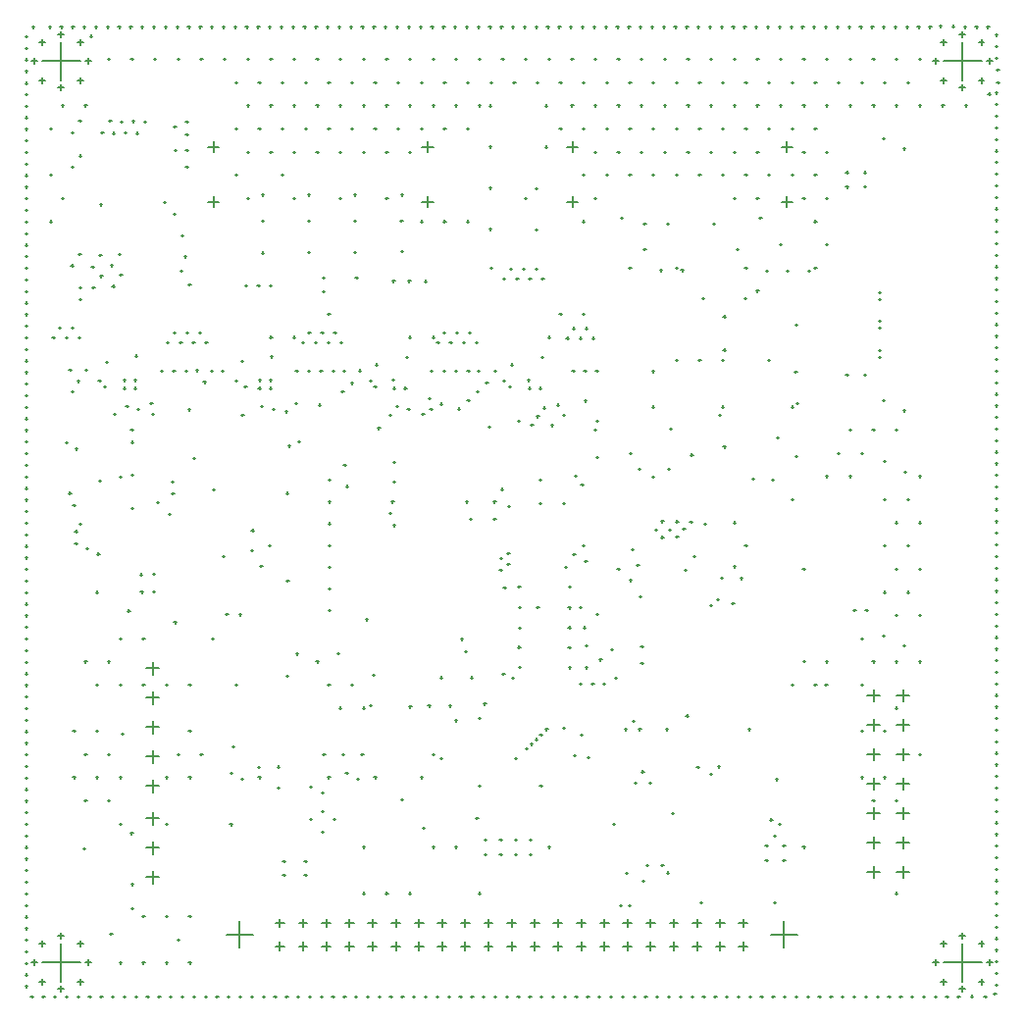
<source format=gbr>
G04*
G04 #@! TF.GenerationSoftware,Altium Limited,Altium Designer,24.1.2 (44)*
G04*
G04 Layer_Color=128*
%FSLAX44Y44*%
%MOMM*%
G71*
G04*
G04 #@! TF.SameCoordinates,B91C3D85-37F7-440E-B7CA-D4A3DDB4B262*
G04*
G04*
G04 #@! TF.FilePolarity,Positive*
G04*
G01*
G75*
%ADD17C,0.1270*%
D17*
X427625Y142078D02*
X429625D01*
X428625Y141078D02*
Y143078D01*
X427625Y129078D02*
X429625D01*
X428625Y128078D02*
Y130078D01*
X440625Y142078D02*
X442625D01*
X441625Y141078D02*
Y143078D01*
X414625Y142078D02*
X416625D01*
X415625Y141078D02*
Y143078D01*
X414625Y129078D02*
X416625D01*
X415625Y128078D02*
Y130078D01*
X401625Y142078D02*
X403625D01*
X402625Y141078D02*
Y143078D01*
X401625Y129078D02*
X403625D01*
X402625Y128078D02*
Y130078D01*
X440625Y129078D02*
X442625D01*
X441625Y128078D02*
Y130078D01*
X757600Y113800D02*
X767800D01*
X762700Y108700D02*
Y118900D01*
X732200Y113800D02*
X742400D01*
X737300Y108700D02*
Y118900D01*
X757600Y139200D02*
X767800D01*
X762700Y134100D02*
Y144300D01*
X732200Y139200D02*
X742400D01*
X737300Y134100D02*
Y144300D01*
X757600Y164600D02*
X767800D01*
X762700Y159500D02*
Y169700D01*
X732200Y164600D02*
X742400D01*
X737300Y159500D02*
Y169700D01*
X732200Y190000D02*
X742400D01*
X737300Y184900D02*
Y195100D01*
X732200Y215400D02*
X742400D01*
X737300Y210300D02*
Y220500D01*
X757600Y240800D02*
X767800D01*
X762700Y235700D02*
Y245900D01*
X732200Y240800D02*
X742400D01*
X737300Y235700D02*
Y245900D01*
X757600Y266200D02*
X767800D01*
X762700Y261100D02*
Y271300D01*
X732200Y266200D02*
X742400D01*
X737300Y261100D02*
Y271300D01*
X757600Y190000D02*
X767800D01*
X762700Y184900D02*
Y195100D01*
X757600Y215400D02*
X767800D01*
X762700Y210300D02*
Y220500D01*
X347750Y692500D02*
X357250D01*
X352500Y687750D02*
Y697250D01*
X162750Y692500D02*
X172250D01*
X167500Y687750D02*
Y697250D01*
X347750Y740000D02*
X357250D01*
X352500Y735250D02*
Y744750D01*
X162750Y740000D02*
X172250D01*
X167500Y735250D02*
Y744750D01*
X657750Y692500D02*
X667250D01*
X662500Y687750D02*
Y697250D01*
X472750Y692500D02*
X482250D01*
X477500Y687750D02*
Y697250D01*
X657750Y740000D02*
X667250D01*
X662500Y735250D02*
Y744750D01*
X472750Y740000D02*
X482250D01*
X477500Y735250D02*
Y744750D01*
X621250Y50000D02*
X628750D01*
X625000Y46250D02*
Y53750D01*
X621250Y70000D02*
X628750D01*
X625000Y66250D02*
Y73750D01*
X601250Y50000D02*
X608750D01*
X605000Y46250D02*
Y53750D01*
X601250Y70000D02*
X608750D01*
X605000Y66250D02*
Y73750D01*
X581250Y50000D02*
X588750D01*
X585000Y46250D02*
Y53750D01*
X581250Y70000D02*
X588750D01*
X585000Y66250D02*
Y73750D01*
X561250Y50000D02*
X568750D01*
X565000Y46250D02*
Y53750D01*
X561250Y70000D02*
X568750D01*
X565000Y66250D02*
Y73750D01*
X541250Y50000D02*
X548750D01*
X545000Y46250D02*
Y53750D01*
X541250Y70000D02*
X548750D01*
X545000Y66250D02*
Y73750D01*
X521250Y50000D02*
X528750D01*
X525000Y46250D02*
Y53750D01*
X521250Y70000D02*
X528750D01*
X525000Y66250D02*
Y73750D01*
X501250Y50000D02*
X508750D01*
X505000Y46250D02*
Y53750D01*
X501250Y70000D02*
X508750D01*
X505000Y66250D02*
Y73750D01*
X481250Y50000D02*
X488750D01*
X485000Y46250D02*
Y53750D01*
X481250Y70000D02*
X488750D01*
X485000Y66250D02*
Y73750D01*
X461250Y50000D02*
X468750D01*
X465000Y46250D02*
Y53750D01*
X461250Y70000D02*
X468750D01*
X465000Y66250D02*
Y73750D01*
X441250Y50000D02*
X448750D01*
X445000Y46250D02*
Y53750D01*
X441250Y70000D02*
X448750D01*
X445000Y66250D02*
Y73750D01*
X421250Y50000D02*
X428750D01*
X425000Y46250D02*
Y53750D01*
X421250Y70000D02*
X428750D01*
X425000Y66250D02*
Y73750D01*
X401250Y50000D02*
X408750D01*
X405000Y46250D02*
Y53750D01*
X401250Y70000D02*
X408750D01*
X405000Y66250D02*
Y73750D01*
X381250Y50000D02*
X388750D01*
X385000Y46250D02*
Y53750D01*
X381250Y70000D02*
X388750D01*
X385000Y66250D02*
Y73750D01*
X361250Y50000D02*
X368750D01*
X365000Y46250D02*
Y53750D01*
X361250Y70000D02*
X368750D01*
X365000Y66250D02*
Y73750D01*
X341250Y50000D02*
X348750D01*
X345000Y46250D02*
Y53750D01*
X341250Y70000D02*
X348750D01*
X345000Y66250D02*
Y73750D01*
X321250Y50000D02*
X328750D01*
X325000Y46250D02*
Y53750D01*
X321250Y70000D02*
X328750D01*
X325000Y66250D02*
Y73750D01*
X301250Y50000D02*
X308750D01*
X305000Y46250D02*
Y53750D01*
X301250Y70000D02*
X308750D01*
X305000Y66250D02*
Y73750D01*
X281250Y50000D02*
X288750D01*
X285000Y46250D02*
Y53750D01*
X281250Y70000D02*
X288750D01*
X285000Y66250D02*
Y73750D01*
X261250Y50000D02*
X268750D01*
X265000Y46250D02*
Y53750D01*
X261250Y70000D02*
X268750D01*
X265000Y66250D02*
Y73750D01*
X241250Y50000D02*
X248750D01*
X245000Y46250D02*
Y53750D01*
X241250Y70000D02*
X248750D01*
X245000Y66250D02*
Y73750D01*
X221250Y50000D02*
X228750D01*
X225000Y46250D02*
Y53750D01*
X221250Y70000D02*
X228750D01*
X225000Y66250D02*
Y73750D01*
X178500Y60000D02*
X201500D01*
X190000Y48500D02*
Y71500D01*
X648500Y60000D02*
X671500D01*
X660000Y48500D02*
Y71500D01*
X17060Y52440D02*
X22060D01*
X19560Y49940D02*
Y54940D01*
X49940Y19560D02*
X54940D01*
X52440Y17060D02*
Y22060D01*
X17060Y19560D02*
X22060D01*
X19560Y17060D02*
Y22060D01*
X49940Y52440D02*
X54940D01*
X52440Y49940D02*
Y54940D01*
X56750Y36000D02*
X61750D01*
X59250Y33500D02*
Y38500D01*
X33500Y13140D02*
X38500D01*
X36000Y10640D02*
Y15640D01*
X10250Y36000D02*
X15250D01*
X12750Y33500D02*
Y38500D01*
X33500Y59250D02*
X38500D01*
X36000Y56750D02*
Y61750D01*
X19500Y36000D02*
X52500D01*
X36000Y19500D02*
Y52500D01*
X17060Y830440D02*
X22060D01*
X19560Y827940D02*
Y832940D01*
X49940Y797560D02*
X54940D01*
X52440Y795060D02*
Y800060D01*
X17060Y797560D02*
X22060D01*
X19560Y795060D02*
Y800060D01*
X49940Y830440D02*
X54940D01*
X52440Y827940D02*
Y832940D01*
X56750Y814000D02*
X61750D01*
X59250Y811500D02*
Y816500D01*
X33500Y791140D02*
X38500D01*
X36000Y788640D02*
Y793640D01*
X10250Y814000D02*
X15250D01*
X12750Y811500D02*
Y816500D01*
X33500Y837250D02*
X38500D01*
X36000Y834750D02*
Y839750D01*
X19500Y814000D02*
X52500D01*
X36000Y797500D02*
Y830500D01*
X795060Y830440D02*
X800060D01*
X797560Y827940D02*
Y832940D01*
X827940Y797560D02*
X832940D01*
X830440Y795060D02*
Y800060D01*
X795060Y797560D02*
X800060D01*
X797560Y795060D02*
Y800060D01*
X827940Y830440D02*
X832940D01*
X830440Y827940D02*
Y832940D01*
X834750Y814000D02*
X839750D01*
X837250Y811500D02*
Y816500D01*
X811500Y791140D02*
X816500D01*
X814000Y788640D02*
Y793640D01*
X788250Y814000D02*
X793250D01*
X790750Y811500D02*
Y816500D01*
X811500Y837250D02*
X816500D01*
X814000Y834750D02*
Y839750D01*
X797500Y814000D02*
X830500D01*
X814000Y797500D02*
Y830500D01*
X795060Y52440D02*
X800060D01*
X797560Y49940D02*
Y54940D01*
X827940Y19560D02*
X832940D01*
X830440Y17060D02*
Y22060D01*
X795060Y19560D02*
X800060D01*
X797560Y17060D02*
Y22060D01*
X827940Y52440D02*
X832940D01*
X830440Y49940D02*
Y54940D01*
X834750Y36000D02*
X839750D01*
X837250Y33500D02*
Y38500D01*
X811500Y13140D02*
X816500D01*
X814000Y10640D02*
Y15640D01*
X788250Y36000D02*
X793250D01*
X790750Y33500D02*
Y38500D01*
X811500Y59250D02*
X816500D01*
X814000Y56750D02*
Y61750D01*
X797500Y36000D02*
X830500D01*
X814000Y19500D02*
Y52500D01*
X109816Y109728D02*
X120816D01*
X115316Y104228D02*
Y115228D01*
X109816Y135128D02*
X120816D01*
X115316Y129628D02*
Y140628D01*
X109816Y160528D02*
X120816D01*
X115316Y155028D02*
Y166028D01*
X109816Y188516D02*
X120816D01*
X115316Y183016D02*
Y194016D01*
X109816Y213916D02*
X120816D01*
X115316Y208416D02*
Y219416D01*
X109816Y239316D02*
X120816D01*
X115316Y233816D02*
Y244816D01*
X109816Y264716D02*
X120816D01*
X115316Y259216D02*
Y270216D01*
X109816Y290116D02*
X120816D01*
X115316Y284616D02*
Y295616D01*
X574292Y374628D02*
X576292D01*
X575292Y373628D02*
Y375628D01*
X816286Y775782D02*
X818287D01*
X817287Y774782D02*
Y776783D01*
X796286Y775782D02*
X798287D01*
X797287Y774782D02*
Y776783D01*
X776286Y815782D02*
X778287D01*
X777287Y814782D02*
Y816783D01*
X766286Y795782D02*
X768287D01*
X767287Y794782D02*
Y796783D01*
X776286Y775782D02*
X778287D01*
X777287Y774782D02*
Y776783D01*
X776286Y455782D02*
X778287D01*
X777287Y454782D02*
Y456782D01*
X766286Y435782D02*
X768287D01*
X767287Y434782D02*
Y436782D01*
X776286Y415782D02*
X778287D01*
X777287Y414782D02*
Y416782D01*
X766286Y395782D02*
X768287D01*
X767287Y394782D02*
Y396782D01*
X776286Y375782D02*
X778287D01*
X777287Y374782D02*
Y376782D01*
X766286Y355782D02*
X768287D01*
X767287Y354782D02*
Y356782D01*
X776286Y335782D02*
X778287D01*
X777287Y334782D02*
Y336782D01*
X776286Y295782D02*
X778287D01*
X777287Y294782D02*
Y296782D01*
X776286Y215782D02*
X778287D01*
X777287Y214782D02*
Y216782D01*
X756286Y815782D02*
X758287D01*
X757287Y814782D02*
Y816783D01*
X746286Y795782D02*
X748287D01*
X747287Y794782D02*
Y796783D01*
X756286Y775782D02*
X758287D01*
X757287Y774782D02*
Y776783D01*
X756286Y495782D02*
X758287D01*
X757287Y494782D02*
Y496782D01*
X746286Y435782D02*
X748287D01*
X747287Y434782D02*
Y436782D01*
X756286Y415782D02*
X758287D01*
X757287Y414782D02*
Y416782D01*
X746286Y395782D02*
X748287D01*
X747287Y394782D02*
Y396782D01*
X756286Y375782D02*
X758287D01*
X757287Y374782D02*
Y376782D01*
X746286Y355782D02*
X748287D01*
X747287Y354782D02*
Y356782D01*
X756286Y335782D02*
X758287D01*
X757287Y334782D02*
Y336782D01*
X756286Y295782D02*
X758287D01*
X757287Y294782D02*
Y296782D01*
X756286Y255782D02*
X758287D01*
X757287Y254782D02*
Y256782D01*
X746286Y235782D02*
X748287D01*
X747287Y234782D02*
Y236782D01*
X746286Y195782D02*
X748287D01*
X747287Y194782D02*
Y196782D01*
X756286Y175782D02*
X758287D01*
X757287Y174782D02*
Y176782D01*
X756286Y95782D02*
X758287D01*
X757287Y94782D02*
Y96782D01*
X736286Y815782D02*
X738287D01*
X737287Y814782D02*
Y816783D01*
X726286Y795782D02*
X728287D01*
X727287Y794782D02*
Y796783D01*
X736286Y775782D02*
X738287D01*
X737287Y774782D02*
Y776783D01*
X736286Y495782D02*
X738287D01*
X737287Y494782D02*
Y496782D01*
X726286Y475782D02*
X728287D01*
X727287Y474782D02*
Y476782D01*
X726286Y315782D02*
X728287D01*
X727287Y314782D02*
Y316782D01*
X736286Y295782D02*
X738287D01*
X737287Y294782D02*
Y296782D01*
X726286Y275782D02*
X728287D01*
X727287Y274782D02*
Y276782D01*
X726286Y235782D02*
X728287D01*
X727287Y234782D02*
Y236782D01*
X726286Y195782D02*
X728287D01*
X727287Y194782D02*
Y196782D01*
X736286Y175782D02*
X738287D01*
X737287Y174782D02*
Y176782D01*
X716286Y815782D02*
X718287D01*
X717287Y814782D02*
Y816783D01*
X706286Y795782D02*
X708287D01*
X707287Y794782D02*
Y796783D01*
X716286Y775782D02*
X718287D01*
X717287Y774782D02*
Y776783D01*
X716286Y495782D02*
X718287D01*
X717287Y494782D02*
Y496782D01*
X706286Y475782D02*
X708287D01*
X707287Y474782D02*
Y476782D01*
X716286Y455782D02*
X718287D01*
X717287Y454782D02*
Y456782D01*
X696286Y815782D02*
X698287D01*
X697287Y814782D02*
Y816783D01*
X686286Y795782D02*
X688287D01*
X687287Y794782D02*
Y796783D01*
X696286Y775782D02*
X698287D01*
X697287Y774782D02*
Y776783D01*
X686286Y755782D02*
X688287D01*
X687287Y754782D02*
Y756783D01*
X696286Y735782D02*
X698287D01*
X697287Y734782D02*
Y736783D01*
X686286Y715782D02*
X688287D01*
X687287Y714782D02*
Y716783D01*
X696286Y695782D02*
X698287D01*
X697287Y694782D02*
Y696783D01*
X686286Y675782D02*
X688287D01*
X687287Y674782D02*
Y676782D01*
X696286Y655782D02*
X698287D01*
X697287Y654782D02*
Y656782D01*
X686286Y635782D02*
X688287D01*
X687287Y634782D02*
Y636782D01*
X696286Y455782D02*
X698287D01*
X697287Y454782D02*
Y456782D01*
X696286Y295782D02*
X698287D01*
X697287Y294782D02*
Y296782D01*
X686286Y275782D02*
X688287D01*
X687287Y274782D02*
Y276782D01*
X676286Y815782D02*
X678287D01*
X677287Y814782D02*
Y816783D01*
X666286Y795782D02*
X668286D01*
X667286Y794782D02*
Y796783D01*
X676286Y775782D02*
X678287D01*
X677287Y774782D02*
Y776783D01*
X666286Y755782D02*
X668286D01*
X667286Y754782D02*
Y756783D01*
X676286Y735782D02*
X678287D01*
X677287Y734782D02*
Y736783D01*
X666286Y715782D02*
X668286D01*
X667286Y714782D02*
Y716783D01*
X676286Y695782D02*
X678287D01*
X677287Y694782D02*
Y696783D01*
X666286Y515782D02*
X668286D01*
X667286Y514782D02*
Y516782D01*
X666286Y435782D02*
X668286D01*
X667286Y434782D02*
Y436782D01*
X676286Y375782D02*
X678287D01*
X677287Y374782D02*
Y376782D01*
X666286Y275782D02*
X668286D01*
X667286Y274782D02*
Y276782D01*
X676286Y135782D02*
X678287D01*
X677287Y134782D02*
Y136782D01*
X656286Y815782D02*
X658286D01*
X657286Y814782D02*
Y816783D01*
X646286Y795782D02*
X648286D01*
X647286Y794782D02*
Y796783D01*
X656286Y775782D02*
X658286D01*
X657286Y774782D02*
Y776783D01*
X646286Y755782D02*
X648286D01*
X647286Y754782D02*
Y756783D01*
X646286Y715782D02*
X648286D01*
X647286Y714782D02*
Y716783D01*
X656286Y655782D02*
X658286D01*
X657286Y654782D02*
Y656782D01*
X646286Y555782D02*
X648286D01*
X647286Y554782D02*
Y556782D01*
X636286Y815782D02*
X638286D01*
X637286Y814782D02*
Y816783D01*
X626286Y795782D02*
X628286D01*
X627286Y794782D02*
Y796783D01*
X636286Y775782D02*
X638286D01*
X637286Y774782D02*
Y776783D01*
X626286Y755782D02*
X628286D01*
X627286Y754782D02*
Y756783D01*
X636286Y735782D02*
X638286D01*
X637286Y734782D02*
Y736783D01*
X626286Y715782D02*
X628286D01*
X627286Y714782D02*
Y716783D01*
X636286Y695782D02*
X638286D01*
X637286Y694782D02*
Y696783D01*
X626286Y635782D02*
X628286D01*
X627286Y634782D02*
Y636782D01*
X636286Y615782D02*
X638286D01*
X637286Y614782D02*
Y616782D01*
X626286Y395782D02*
X628286D01*
X627286Y394782D02*
Y396782D01*
X616286Y815782D02*
X618286D01*
X617286Y814782D02*
Y816783D01*
X606286Y795782D02*
X608286D01*
X607286Y794782D02*
Y796783D01*
X616286Y775782D02*
X618286D01*
X617286Y774782D02*
Y776783D01*
X606286Y755782D02*
X608286D01*
X607286Y754782D02*
Y756783D01*
X616286Y735782D02*
X618286D01*
X617286Y734782D02*
Y736783D01*
X606286Y715782D02*
X608286D01*
X607286Y714782D02*
Y716783D01*
X616286Y695782D02*
X618286D01*
X617286Y694782D02*
Y696783D01*
X606286Y555782D02*
X608286D01*
X607286Y554782D02*
Y556782D01*
X606286Y515782D02*
X608286D01*
X607286Y514782D02*
Y516782D01*
X616286Y415782D02*
X618286D01*
X617286Y414782D02*
Y416782D01*
X596286Y815782D02*
X598286D01*
X597286Y814782D02*
Y816783D01*
X586286Y795782D02*
X588286D01*
X587286Y794782D02*
Y796783D01*
X596286Y775782D02*
X598286D01*
X597286Y774782D02*
Y776783D01*
X586286Y755782D02*
X588286D01*
X587286Y754782D02*
Y756783D01*
X596286Y735782D02*
X598286D01*
X597286Y734782D02*
Y736783D01*
X586286Y715782D02*
X588286D01*
X587286Y714782D02*
Y716783D01*
X586286Y555782D02*
X588286D01*
X587286Y554782D02*
Y556782D01*
X576286Y815782D02*
X578286D01*
X577286Y814782D02*
Y816783D01*
X566286Y795782D02*
X568286D01*
X567286Y794782D02*
Y796783D01*
X576286Y775782D02*
X578286D01*
X577286Y774782D02*
Y776783D01*
X566286Y755782D02*
X568286D01*
X567286Y754782D02*
Y756783D01*
X576286Y735782D02*
X578286D01*
X577286Y734782D02*
Y736783D01*
X566286Y715782D02*
X568286D01*
X567286Y714782D02*
Y716783D01*
X566286Y635782D02*
X568286D01*
X567286Y634782D02*
Y636782D01*
X566286Y555782D02*
X568286D01*
X567286Y554782D02*
Y556782D01*
X556286Y815782D02*
X558286D01*
X557286Y814782D02*
Y816783D01*
X546286Y795782D02*
X548286D01*
X547286Y794782D02*
Y796783D01*
X556286Y775782D02*
X558286D01*
X557286Y774782D02*
Y776783D01*
X546286Y755782D02*
X548286D01*
X547286Y754782D02*
Y756783D01*
X556286Y735782D02*
X558286D01*
X557286Y734782D02*
Y736783D01*
X546286Y715782D02*
X548286D01*
X547286Y714782D02*
Y716783D01*
X546286Y515782D02*
X548286D01*
X547286Y514782D02*
Y516782D01*
X536286Y815782D02*
X538286D01*
X537286Y814782D02*
Y816783D01*
X526286Y795782D02*
X528286D01*
X527286Y794782D02*
Y796783D01*
X536286Y775782D02*
X538286D01*
X537286Y774782D02*
Y776783D01*
X526286Y755782D02*
X528286D01*
X527286Y754782D02*
Y756783D01*
X536286Y735782D02*
X538286D01*
X537286Y734782D02*
Y736783D01*
X526286Y715782D02*
X528286D01*
X527286Y714782D02*
Y716783D01*
X526286Y635782D02*
X528286D01*
X527286Y634782D02*
Y636782D01*
X516286Y815782D02*
X518286D01*
X517286Y814782D02*
Y816783D01*
X506286Y795782D02*
X508286D01*
X507286Y794782D02*
Y796783D01*
X516286Y775782D02*
X518286D01*
X517286Y774782D02*
Y776783D01*
X506286Y755782D02*
X508286D01*
X507286Y754782D02*
Y756783D01*
X516286Y735782D02*
X518286D01*
X517286Y734782D02*
Y736783D01*
X506286Y715782D02*
X508286D01*
X507286Y714782D02*
Y716783D01*
X516286Y375782D02*
X518286D01*
X517286Y374782D02*
Y376782D01*
X496286Y815782D02*
X498286D01*
X497286Y814782D02*
Y816783D01*
X486286Y795782D02*
X488286D01*
X487286Y794782D02*
Y796783D01*
X496286Y775782D02*
X498286D01*
X497286Y774782D02*
Y776783D01*
X486286Y755782D02*
X488286D01*
X487286Y754782D02*
Y756783D01*
X496286Y735782D02*
X498286D01*
X497286Y734782D02*
Y736783D01*
X486286Y715782D02*
X488286D01*
X487286Y714782D02*
Y716783D01*
X496286Y695782D02*
X498286D01*
X497286Y694782D02*
Y696783D01*
X486286Y675782D02*
X488286D01*
X487286Y674782D02*
Y676782D01*
X486286Y595782D02*
X488286D01*
X487286Y594782D02*
Y596782D01*
X496286Y495782D02*
X498286D01*
X497286Y494782D02*
Y496782D01*
X486286Y395782D02*
X488286D01*
X487286Y394782D02*
Y396782D01*
X476286Y815782D02*
X478286D01*
X477286Y814782D02*
Y816783D01*
X466286Y795782D02*
X468286D01*
X467286Y794782D02*
Y796783D01*
X476286Y775782D02*
X478286D01*
X477286Y774782D02*
Y776783D01*
X466286Y755782D02*
X468286D01*
X467286Y754782D02*
Y756783D01*
X466286Y595782D02*
X468286D01*
X467286Y594782D02*
Y596782D01*
X456286Y815782D02*
X458286D01*
X457286Y814782D02*
Y816783D01*
X446286Y795782D02*
X448286D01*
X447286Y794782D02*
Y796783D01*
X456286Y575782D02*
X458286D01*
X457286Y574782D02*
Y576782D01*
X456286Y135782D02*
X458286D01*
X457286Y134782D02*
Y136782D01*
X436286Y815782D02*
X438286D01*
X437286Y814782D02*
Y816783D01*
X426286Y795782D02*
X428286D01*
X427286Y794782D02*
Y796783D01*
X436286Y695782D02*
X438286D01*
X437286Y694782D02*
Y696783D01*
X416286Y815782D02*
X418286D01*
X417286Y814782D02*
Y816783D01*
X406286Y795782D02*
X408286D01*
X407286Y794782D02*
Y796783D01*
X406286Y635782D02*
X408286D01*
X407286Y634782D02*
Y636782D01*
X396286Y815782D02*
X398286D01*
X397286Y814782D02*
Y816783D01*
X386286Y795782D02*
X388286D01*
X387286Y794782D02*
Y796783D01*
X396286Y775782D02*
X398286D01*
X397286Y774782D02*
Y776783D01*
X386286Y755782D02*
X388286D01*
X387286Y754782D02*
Y756783D01*
X386286Y675782D02*
X388286D01*
X387286Y674782D02*
Y676782D01*
X396286Y95782D02*
X398286D01*
X397286Y94782D02*
Y96782D01*
X376286Y815782D02*
X378286D01*
X377286Y814782D02*
Y816783D01*
X366286Y795782D02*
X368286D01*
X367286Y794782D02*
Y796783D01*
X376286Y775782D02*
X378286D01*
X377286Y774782D02*
Y776783D01*
X366286Y755782D02*
X368286D01*
X367286Y754782D02*
Y756783D01*
X366286Y675782D02*
X368286D01*
X367286Y674782D02*
Y676782D01*
X376286Y135782D02*
X378286D01*
X377286Y134782D02*
Y136782D01*
X356286Y815782D02*
X358286D01*
X357286Y814782D02*
Y816783D01*
X346286Y795782D02*
X348286D01*
X347286Y794782D02*
Y796783D01*
X356286Y775782D02*
X358286D01*
X357286Y774782D02*
Y776783D01*
X346286Y755782D02*
X348286D01*
X347286Y754782D02*
Y756783D01*
X346286Y675782D02*
X348286D01*
X347286Y674782D02*
Y676782D01*
X356286Y575782D02*
X358286D01*
X357286Y574782D02*
Y576782D01*
X356286Y215782D02*
X358286D01*
X357286Y214782D02*
Y216782D01*
X346286Y195782D02*
X348286D01*
X347286Y194782D02*
Y196782D01*
X356286Y135782D02*
X358286D01*
X357286Y134782D02*
Y136782D01*
X336286Y815782D02*
X338286D01*
X337286Y814782D02*
Y816783D01*
X326286Y795782D02*
X328286D01*
X327286Y794782D02*
Y796783D01*
X336286Y775782D02*
X338286D01*
X337286Y774782D02*
Y776783D01*
X326286Y755782D02*
X328286D01*
X327286Y754782D02*
Y756783D01*
X336286Y735782D02*
X338286D01*
X337286Y734782D02*
Y736783D01*
X336286Y575782D02*
X338286D01*
X337286Y574782D02*
Y576782D01*
X336286Y95782D02*
X338286D01*
X337286Y94782D02*
Y96782D01*
X316286Y815782D02*
X318286D01*
X317286Y814782D02*
Y816783D01*
X306286Y795782D02*
X308286D01*
X307286Y794782D02*
Y796783D01*
X316286Y775782D02*
X318286D01*
X317286Y774782D02*
Y776783D01*
X306286Y755782D02*
X308286D01*
X307286Y754782D02*
Y756783D01*
X316286Y735782D02*
X318286D01*
X317286Y734782D02*
Y736783D01*
X316286Y695782D02*
X318286D01*
X317286Y694782D02*
Y696783D01*
X306286Y195782D02*
X308286D01*
X307286Y194782D02*
Y196782D01*
X316286Y95782D02*
X318286D01*
X317286Y94782D02*
Y96782D01*
X296286Y815782D02*
X298286D01*
X297286Y814782D02*
Y816783D01*
X286286Y795782D02*
X288286D01*
X287286Y794782D02*
Y796783D01*
X296286Y775782D02*
X298286D01*
X297286Y774782D02*
Y776783D01*
X286286Y755782D02*
X288286D01*
X287286Y754782D02*
Y756783D01*
X296286Y735782D02*
X298286D01*
X297286Y734782D02*
Y736783D01*
X286286Y275782D02*
X288286D01*
X287286Y274782D02*
Y276782D01*
X296286Y255782D02*
X298286D01*
X297286Y254782D02*
Y256782D01*
X296286Y135782D02*
X298286D01*
X297286Y134782D02*
Y136782D01*
X296286Y95782D02*
X298286D01*
X297286Y94782D02*
Y96782D01*
X276286Y815782D02*
X278286D01*
X277286Y814782D02*
Y816783D01*
X266286Y795782D02*
X268286D01*
X267286Y794782D02*
Y796783D01*
X276286Y775782D02*
X278286D01*
X277286Y774782D02*
Y776783D01*
X266286Y755782D02*
X268286D01*
X267286Y754782D02*
Y756783D01*
X276286Y735782D02*
X278286D01*
X277286Y734782D02*
Y736783D01*
X276286Y695782D02*
X278286D01*
X277286Y694782D02*
Y696783D01*
X266286Y595782D02*
X268286D01*
X267286Y594782D02*
Y596782D01*
X266286Y275782D02*
X268286D01*
X267286Y274782D02*
Y276782D01*
X266286Y195782D02*
X268286D01*
X267286Y194782D02*
Y196782D01*
X256286Y815782D02*
X258286D01*
X257286Y814782D02*
Y816783D01*
X246286Y795782D02*
X248286D01*
X247286Y794782D02*
Y796783D01*
X256286Y775782D02*
X258286D01*
X257286Y774782D02*
Y776783D01*
X246286Y755782D02*
X248286D01*
X247286Y754782D02*
Y756783D01*
X256286Y735782D02*
X258286D01*
X257286Y734782D02*
Y736783D01*
X256286Y295782D02*
X258286D01*
X257286Y294782D02*
Y296782D01*
X236286Y815782D02*
X238286D01*
X237286Y814782D02*
Y816783D01*
X226286Y795782D02*
X228286D01*
X227286Y794782D02*
Y796783D01*
X236286Y775782D02*
X238286D01*
X237286Y774782D02*
Y776783D01*
X226286Y755782D02*
X228286D01*
X227286Y754782D02*
Y756783D01*
X236286Y735782D02*
X238286D01*
X237286Y734782D02*
Y736783D01*
X226286Y715782D02*
X228286D01*
X227286Y714782D02*
Y716783D01*
X236286Y695782D02*
X238286D01*
X237286Y694782D02*
Y696783D01*
X236286Y575782D02*
X238286D01*
X237286Y574782D02*
Y576782D01*
X216286Y815782D02*
X218286D01*
X217286Y814782D02*
Y816783D01*
X206286Y795782D02*
X208286D01*
X207286Y794782D02*
Y796783D01*
X216286Y775782D02*
X218286D01*
X217286Y774782D02*
Y776783D01*
X206286Y755782D02*
X208286D01*
X207286Y754782D02*
Y756783D01*
X216286Y735782D02*
X218286D01*
X217286Y734782D02*
Y736783D01*
X216286Y575782D02*
X218286D01*
X217286Y574782D02*
Y576782D01*
X206286Y195782D02*
X208286D01*
X207286Y194782D02*
Y196782D01*
X196286Y815782D02*
X198286D01*
X197286Y814782D02*
Y816783D01*
X186286Y795782D02*
X188286D01*
X187286Y794782D02*
Y796783D01*
X196286Y775782D02*
X198286D01*
X197286Y774782D02*
Y776783D01*
X186286Y755782D02*
X188286D01*
X187286Y754782D02*
Y756783D01*
X196286Y735782D02*
X198286D01*
X197286Y734782D02*
Y736783D01*
X186286Y715782D02*
X188286D01*
X187286Y714782D02*
Y716783D01*
X196286Y695782D02*
X198286D01*
X197286Y694782D02*
Y696783D01*
X186286Y275782D02*
X188286D01*
X187286Y274782D02*
Y276782D01*
X176286Y815782D02*
X178286D01*
X177286Y814782D02*
Y816783D01*
X166286Y315782D02*
X168286D01*
X167286Y314782D02*
Y316782D01*
X156286Y815782D02*
X158286D01*
X157286Y814782D02*
Y816783D01*
X146286Y275782D02*
X148286D01*
X147286Y274782D02*
Y276782D01*
X146286Y235782D02*
X148286D01*
X147286Y234782D02*
Y236782D01*
X156286Y215782D02*
X158286D01*
X157286Y214782D02*
Y216782D01*
X146286Y195782D02*
X148286D01*
X147286Y194782D02*
Y196782D01*
X146286Y75782D02*
X148286D01*
X147286Y74782D02*
Y76782D01*
X146286Y35782D02*
X148286D01*
X147286Y34782D02*
Y36782D01*
X136286Y815782D02*
X138286D01*
X137286Y814782D02*
Y816783D01*
X126286Y275782D02*
X128286D01*
X127286Y274782D02*
Y276782D01*
X136286Y215782D02*
X138286D01*
X137286Y214782D02*
Y216782D01*
X126286Y195782D02*
X128286D01*
X127286Y194782D02*
Y196782D01*
X126286Y155782D02*
X128286D01*
X127286Y154782D02*
Y156782D01*
X126286Y75782D02*
X128286D01*
X127286Y74782D02*
Y76782D01*
X136286Y55782D02*
X138286D01*
X137286Y54782D02*
Y56782D01*
X126286Y35782D02*
X128286D01*
X127286Y34782D02*
Y36782D01*
X116286Y815782D02*
X118286D01*
X117286Y814782D02*
Y816783D01*
X106286Y315782D02*
X108286D01*
X107286Y314782D02*
Y316782D01*
X106286Y275782D02*
X108286D01*
X107286Y274782D02*
Y276782D01*
X106286Y75782D02*
X108286D01*
X107286Y74782D02*
Y76782D01*
X106286Y35782D02*
X108286D01*
X107286Y34782D02*
Y36782D01*
X96286Y815782D02*
X98286D01*
X97286Y814782D02*
Y816783D01*
X96286Y495782D02*
X98286D01*
X97286Y494782D02*
Y496782D01*
X86286Y315782D02*
X88286D01*
X87286Y314782D02*
Y316782D01*
X86286Y275782D02*
X88286D01*
X87286Y274782D02*
Y276782D01*
X86286Y195782D02*
X88286D01*
X87286Y194782D02*
Y196782D01*
X86286Y155782D02*
X88286D01*
X87286Y154782D02*
Y156782D01*
X86286Y35782D02*
X88286D01*
X87286Y34782D02*
Y36782D01*
X76286Y815782D02*
X78286D01*
X77286Y814782D02*
Y816783D01*
X66286Y355782D02*
X68286D01*
X67286Y354782D02*
Y356782D01*
X76286Y295782D02*
X78286D01*
X77286Y294782D02*
Y296782D01*
X66286Y275782D02*
X68286D01*
X67286Y274782D02*
Y276782D01*
X66286Y235782D02*
X68286D01*
X67286Y234782D02*
Y236782D01*
X76286Y215782D02*
X78286D01*
X77286Y214782D02*
Y216782D01*
X66286Y195782D02*
X68286D01*
X67286Y194782D02*
Y196782D01*
X76286Y175782D02*
X78286D01*
X77286Y174782D02*
Y176782D01*
X56286Y775782D02*
X58286D01*
X57286Y774782D02*
Y776783D01*
X56286Y295782D02*
X58286D01*
X57286Y294782D02*
Y296782D01*
X46286Y235782D02*
X48286D01*
X47286Y234782D02*
Y236782D01*
X56286Y215782D02*
X58286D01*
X57286Y214782D02*
Y216782D01*
X46286Y195782D02*
X48286D01*
X47286Y194782D02*
Y196782D01*
X56286Y175782D02*
X58286D01*
X57286Y174782D02*
Y176782D01*
X36286Y775782D02*
X38286D01*
X37286Y774782D02*
Y776783D01*
X26286Y755782D02*
X28286D01*
X27286Y754782D02*
Y756783D01*
X26286Y715782D02*
X28286D01*
X27286Y714782D02*
Y716783D01*
X36286Y695782D02*
X38286D01*
X37286Y694782D02*
Y696783D01*
X26286Y675782D02*
X28286D01*
X27286Y674782D02*
Y676782D01*
X676470Y296116D02*
X678470D01*
X677470Y295116D02*
Y297116D01*
X615101Y345860D02*
X617101D01*
X616101Y344860D02*
Y346860D01*
X528362Y392453D02*
X530362D01*
X529362Y391453D02*
Y393453D01*
X378782Y513994D02*
X380782D01*
X379782Y512994D02*
Y514995D01*
X321354Y433718D02*
X323354D01*
X322354Y432718D02*
Y434718D01*
X47993Y397807D02*
X49993D01*
X48993Y396807D02*
Y398807D01*
X540885Y119940D02*
X542885D01*
X541885Y118940D02*
Y120940D01*
X554104Y119940D02*
X556105D01*
X555104Y118940D02*
Y120940D01*
X523326Y113097D02*
X525326D01*
X524326Y112098D02*
Y114097D01*
X558914Y113515D02*
X560914D01*
X559914Y112515D02*
Y114515D01*
X537808Y106258D02*
X539808D01*
X538808Y105258D02*
Y107258D01*
X558267Y237366D02*
X560267D01*
X559267Y236366D02*
Y238366D01*
X449330Y188458D02*
X451330D01*
X450330Y187458D02*
Y189458D01*
X500796Y297386D02*
X502795D01*
X501796Y296387D02*
Y298386D01*
X510742Y306137D02*
X512742D01*
X511742Y305137D02*
Y307137D01*
X536611Y294500D02*
X538611D01*
X537611Y293500D02*
Y295500D01*
X536611Y308781D02*
X538611D01*
X537611Y307781D02*
Y309781D01*
X409346Y419030D02*
X411346D01*
X410346Y418030D02*
Y420029D01*
X566944Y403704D02*
X568944D01*
X567944Y402704D02*
Y404704D01*
X554148Y403050D02*
X556148D01*
X555148Y402050D02*
Y404050D01*
X578853Y416306D02*
X580853D01*
X579853Y415306D02*
Y417306D01*
X566944Y416715D02*
X568944D01*
X567944Y415715D02*
Y417715D01*
X554148Y416891D02*
X556148D01*
X555148Y415891D02*
Y417891D01*
X548549Y409617D02*
X550549D01*
X549549Y408617D02*
Y410617D01*
X572800Y410217D02*
X574800D01*
X573800Y409217D02*
Y411217D01*
X560340Y409617D02*
X562340D01*
X561340Y408617D02*
Y410617D01*
X581915Y386790D02*
X583915D01*
X582915Y385790D02*
Y387790D01*
X616657Y377889D02*
X618657D01*
X617657Y376889D02*
Y378889D01*
X607702Y564793D02*
X609702D01*
X608702Y563793D02*
Y565793D01*
X607687Y593660D02*
X609687D01*
X608687Y592660D02*
Y594660D01*
X603553Y508633D02*
X605553D01*
X604553Y507633D02*
Y509633D01*
X653938Y488950D02*
X655938D01*
X654938Y487950D02*
Y489950D01*
X579596Y474218D02*
X581596D01*
X580596Y473218D02*
Y475218D01*
X607702Y481200D02*
X609702D01*
X608702Y480200D02*
Y482200D01*
X363487Y518193D02*
X365487D01*
X364487Y517193D02*
Y519193D01*
X386726Y521196D02*
X388726D01*
X387726Y520196D02*
Y522196D01*
X353132Y523099D02*
X355132D01*
X354132Y522099D02*
Y524099D01*
X469162Y508462D02*
X471162D01*
X470162Y507462D02*
Y509462D01*
X498110Y503589D02*
X500110D01*
X499110Y502589D02*
Y504589D01*
X464000Y517458D02*
X466000D01*
X465000Y516458D02*
Y518458D01*
X596172Y198485D02*
X598172D01*
X597172Y197485D02*
Y199485D01*
X512334Y155448D02*
X514334D01*
X513334Y154448D02*
Y156448D01*
X563134Y164846D02*
X565134D01*
X564134Y163846D02*
Y165846D01*
X526107Y85084D02*
X528107D01*
X527108Y84084D02*
Y86084D01*
X518430Y85344D02*
X520430D01*
X519430Y84344D02*
Y86344D01*
X394125Y160891D02*
X396125D01*
X395125Y159891D02*
Y161891D01*
X348250Y152400D02*
X350250D01*
X349250Y151400D02*
Y153400D01*
X534739Y237273D02*
X536739D01*
X535739Y236273D02*
Y238272D01*
X478647Y215079D02*
X480647D01*
X479647Y214079D02*
Y216079D01*
X490236Y213106D02*
X492236D01*
X491236Y212106D02*
Y214106D01*
X629231Y237366D02*
X631231D01*
X630231Y236366D02*
Y238366D01*
X695525Y275782D02*
X697525D01*
X696525Y274782D02*
Y276782D01*
X622661Y367778D02*
X624661D01*
X623661Y366778D02*
Y368778D01*
X605499Y367979D02*
X607499D01*
X606498Y366979D02*
Y368979D01*
X535182Y351779D02*
X537182D01*
X536182Y350779D02*
Y352779D01*
X405654Y775716D02*
X407654D01*
X406654Y774716D02*
Y776716D01*
X405720Y740222D02*
X407720D01*
X406720Y739222D02*
Y741222D01*
X405720Y704662D02*
X407720D01*
X406720Y703662D02*
Y705662D01*
X421582Y430111D02*
X423582D01*
X422582Y429111D02*
Y431111D01*
X409346Y433755D02*
X411346D01*
X410346Y432755D02*
Y434755D01*
X388657Y419030D02*
X390657D01*
X389657Y418030D02*
Y420029D01*
X488106Y382316D02*
X490106D01*
X489106Y381316D02*
Y383316D01*
X471108Y377220D02*
X473108D01*
X472108Y376220D02*
Y378220D01*
X47993Y408202D02*
X49993D01*
X48993Y407202D02*
Y409202D01*
X417073Y285226D02*
X419073D01*
X418073Y284226D02*
Y286226D01*
X389519Y281982D02*
X391519D01*
X390519Y280982D02*
Y282982D01*
X336511Y256845D02*
X338512D01*
X337511Y255845D02*
Y257845D01*
X276229Y255782D02*
X278229D01*
X277229Y254782D02*
Y256782D01*
X51856Y414782D02*
X53856D01*
X52856Y413783D02*
Y415783D01*
X376160Y244888D02*
X378160D01*
X377160Y243888D02*
Y245888D01*
X494000Y276829D02*
X496000D01*
X495000Y275829D02*
Y277829D01*
X131701Y441139D02*
X133701D01*
X132702Y440139D02*
Y442139D01*
X166640Y444500D02*
X168640D01*
X167640Y443500D02*
Y445500D01*
X150152Y471180D02*
X152152D01*
X151152Y470180D02*
Y472180D01*
X425069Y281870D02*
X427069D01*
X426069Y280870D02*
Y282870D01*
X513981Y281570D02*
X515981D01*
X514981Y280570D02*
Y282570D01*
X504000Y276520D02*
X506000D01*
X505000Y275520D02*
Y277520D01*
X352822Y257674D02*
X354822D01*
X353822Y256674D02*
Y258674D01*
X371110Y257674D02*
X373110D01*
X372110Y256674D02*
Y258674D01*
X384416Y304412D02*
X386416D01*
X385416Y303412D02*
Y305412D01*
X532963Y379193D02*
X534963D01*
X533963Y378193D02*
Y380193D01*
X526538Y365949D02*
X528538D01*
X527538Y364949D02*
Y366949D01*
X596190Y344500D02*
X598190D01*
X597190Y343500D02*
Y345500D01*
X601967Y349307D02*
X603967D01*
X602967Y348307D02*
Y350307D01*
X181784Y155190D02*
X183784D01*
X182784Y154190D02*
Y156190D01*
X96088Y147618D02*
X98088D01*
X97088Y146618D02*
Y148618D01*
X274342Y302600D02*
X276342D01*
X275342Y301600D02*
Y303600D01*
X363079Y281982D02*
X365079D01*
X364079Y280982D02*
Y282982D01*
X477928Y388644D02*
X479928D01*
X478928Y387644D02*
Y389644D01*
X299216Y332209D02*
X301216D01*
X300216Y331209D02*
Y333209D01*
X381110Y315177D02*
X383110D01*
X382110Y314177D02*
Y316177D01*
X414701Y374569D02*
X416701D01*
X415701Y373569D02*
Y375569D01*
X415061Y384977D02*
X417061D01*
X416061Y383977D02*
Y385977D01*
X421176Y379941D02*
X423176D01*
X422176Y378941D02*
Y380941D01*
X421266Y389384D02*
X423266D01*
X422266Y388384D02*
Y390384D01*
X304922Y284480D02*
X306922D01*
X305922Y283480D02*
Y285480D01*
X322850Y413357D02*
X324850D01*
X323850Y412357D02*
Y414357D01*
X48512Y479461D02*
X50512D01*
X49512Y478461D02*
Y480461D01*
X488897Y290696D02*
X490897D01*
X489897Y289696D02*
Y291696D01*
X488897Y309443D02*
X490897D01*
X489897Y308443D02*
Y310443D01*
X602793Y205207D02*
X604793D01*
X603793Y204207D02*
Y206207D01*
X655546Y155327D02*
X657546D01*
X656546Y154327D02*
Y156327D01*
X648141Y159242D02*
X650141D01*
X649141Y158242D02*
Y160242D01*
X248918Y649001D02*
X250917D01*
X249918Y648001D02*
Y650001D01*
X288987Y649315D02*
X290987D01*
X289987Y648315D02*
Y650315D01*
X409654Y546703D02*
X411654D01*
X410653Y545703D02*
Y547703D01*
X395514Y546703D02*
X397514D01*
X396514Y545703D02*
Y547703D01*
X292811Y547034D02*
X294811D01*
X293811Y546034D02*
Y548034D01*
X279517Y546888D02*
X281517D01*
X280517Y545888D02*
Y547888D01*
X165417Y546842D02*
X167417D01*
X166417Y545842D02*
Y547842D01*
X152347Y547156D02*
X154347D01*
X153347Y546156D02*
Y548156D01*
X42953Y547449D02*
X44953D01*
X43953Y546449D02*
Y548449D01*
X56652Y547562D02*
X58652D01*
X57652Y546562D02*
Y548562D01*
X281934Y447180D02*
X283934D01*
X282934Y446180D02*
Y448180D01*
X474358Y360563D02*
X476358D01*
X475359Y359563D02*
Y361563D01*
X483511Y342463D02*
X485511D01*
X484511Y341463D02*
Y343463D01*
X486975Y325303D02*
X488975D01*
X487975Y324303D02*
Y326303D01*
X446596Y342505D02*
X448596D01*
X447595Y341505D02*
Y343505D01*
X836286Y785782D02*
X838287D01*
X837287Y784782D02*
Y786783D01*
X61286Y835782D02*
X63286D01*
X62286Y834782D02*
Y836783D01*
X78300Y60960D02*
X80300D01*
X79300Y59960D02*
Y61960D01*
X46276Y430788D02*
X48276D01*
X47276Y429789D02*
Y431788D01*
X96813Y485262D02*
X98813D01*
X97814Y484263D02*
Y486263D01*
X39865Y485125D02*
X41865D01*
X40865Y484124D02*
Y486124D01*
X57586Y393685D02*
X59587D01*
X58587Y392685D02*
Y394684D01*
X67312Y388681D02*
X69312D01*
X68312Y387681D02*
Y389681D01*
X295077Y215884D02*
X297076D01*
X296077Y214884D02*
Y216884D01*
X262057Y215884D02*
X264056D01*
X263057Y214884D02*
Y216884D01*
X278512Y215884D02*
X280513D01*
X279513Y214884D02*
Y216884D01*
X281702Y199390D02*
X283702D01*
X282702Y198390D02*
Y200390D01*
X291428Y194387D02*
X293428D01*
X292428Y193387D02*
Y195387D01*
X222520Y204963D02*
X224520D01*
X223520Y203963D02*
Y205963D01*
X206010Y204470D02*
X208010D01*
X207010Y203470D02*
Y205470D01*
X191606Y194387D02*
X193606D01*
X192606Y193387D02*
Y195387D01*
X181880Y199390D02*
X183880D01*
X182880Y198390D02*
Y200390D01*
X250460Y160020D02*
X252460D01*
X251460Y159020D02*
Y161020D01*
X270780Y160020D02*
X272780D01*
X271780Y159020D02*
Y161020D01*
X260620Y166370D02*
X262620D01*
X261620Y165370D02*
Y167370D01*
X260620Y148590D02*
X262620D01*
X261620Y147590D02*
Y149590D01*
X260620Y182880D02*
X262620D01*
X261620Y181880D02*
Y183880D01*
X745110Y747410D02*
X747110D01*
X746110Y746410D02*
Y748410D01*
X762890Y738520D02*
X764890D01*
X763890Y737520D02*
Y739520D01*
X745110Y521410D02*
X747110D01*
X746110Y520410D02*
Y522410D01*
X762890Y512520D02*
X764890D01*
X763890Y511520D02*
Y513520D01*
X745110Y318310D02*
X747110D01*
X746110Y317310D02*
Y319310D01*
X762890Y309420D02*
X764890D01*
X763890Y308420D02*
Y310420D01*
X763540Y459740D02*
X765540D01*
X764540Y458740D02*
Y460740D01*
X745760Y468630D02*
X747760D01*
X746760Y467630D02*
Y469630D01*
X246075Y111760D02*
X248075D01*
X247075Y110760D02*
Y112760D01*
X246075Y123190D02*
X248075D01*
X247075Y122190D02*
Y124190D01*
X227577Y111760D02*
X229577D01*
X228577Y110760D02*
Y112760D01*
X227577Y123190D02*
X229577D01*
X228577Y122190D02*
Y124190D01*
X454216Y237395D02*
X456216D01*
X455216Y236395D02*
Y238395D01*
X651089Y87630D02*
X653089D01*
X652089Y86630D02*
Y88630D01*
X587842Y87793D02*
X589842D01*
X588842Y86793D02*
Y88793D01*
X437068Y220555D02*
X439068D01*
X438068Y219555D02*
Y221555D01*
X441155Y224642D02*
X443155D01*
X442155Y223642D02*
Y225642D01*
X445243Y228729D02*
X447243D01*
X446242Y227729D02*
Y229729D01*
X449330Y232817D02*
X451330D01*
X450330Y231817D02*
Y233816D01*
X28606Y575530D02*
X30606D01*
X29606Y574530D02*
Y576530D01*
X39668Y575530D02*
X41668D01*
X40668Y574530D02*
Y576530D01*
X34137Y583984D02*
X36137D01*
X35137Y582984D02*
Y584984D01*
X45198Y583984D02*
X47198D01*
X46198Y582984D02*
Y584984D01*
X50729Y575530D02*
X52729D01*
X51729Y574530D02*
Y576530D01*
X396510Y188358D02*
X398510D01*
X397510Y187358D02*
Y189358D01*
X86875Y629800D02*
X88875D01*
X87875Y628801D02*
Y630801D01*
X80155Y619894D02*
X82155D01*
X81155Y618895D02*
Y620895D01*
X69892Y628531D02*
X71892D01*
X70892Y627531D02*
Y629530D01*
X63172Y618624D02*
X65172D01*
X64172Y617625D02*
Y619624D01*
X85673Y647630D02*
X87673D01*
X86673Y646630D02*
Y648630D01*
X78953Y637724D02*
X80953D01*
X79953Y636724D02*
Y638724D01*
X69101Y646399D02*
X71101D01*
X70101Y645399D02*
Y647399D01*
X62381Y636493D02*
X64381D01*
X63381Y635493D02*
Y637493D01*
X133675Y736953D02*
X135675D01*
X134675Y735953D02*
Y737953D01*
X44720Y752602D02*
X46720D01*
X45720Y751602D02*
Y753602D01*
X51440Y762508D02*
X53440D01*
X52440Y761508D02*
Y763508D01*
X70720Y752602D02*
X72720D01*
X71720Y751602D02*
Y753602D01*
X77440Y762508D02*
X79440D01*
X78440Y761508D02*
Y763508D01*
X107389Y761880D02*
X109389D01*
X108389Y760881D02*
Y762880D01*
X100669Y751974D02*
X102669D01*
X101669Y750975D02*
Y752974D01*
X97406Y762262D02*
X99406D01*
X98406Y761262D02*
Y763261D01*
X90686Y752355D02*
X92686D01*
X91686Y751356D02*
Y753355D01*
X87423Y761880D02*
X89423D01*
X88423Y760881D02*
Y762880D01*
X80703Y751974D02*
X82703D01*
X81703Y750975D02*
Y752974D01*
X418058Y359430D02*
X420058D01*
X419058Y358430D02*
Y360430D01*
X178193Y336661D02*
X180193D01*
X179193Y335662D02*
Y337662D01*
X189887Y336400D02*
X191887D01*
X190887Y335400D02*
Y337400D01*
X175530Y386530D02*
X177530D01*
X176530Y385530D02*
Y387530D01*
X133509Y329568D02*
X135509D01*
X134509Y328568D02*
Y330568D01*
X591250Y414750D02*
X593250D01*
X592250Y413750D02*
Y415750D01*
X484885Y448707D02*
X486885D01*
X485885Y447707D02*
Y449707D01*
X479402Y455896D02*
X481401D01*
X480401Y454897D02*
Y456897D01*
X222520Y186690D02*
X224520D01*
X223520Y185690D02*
Y187690D01*
X363490Y212500D02*
X365490D01*
X364490Y211500D02*
Y213500D01*
X427475Y212500D02*
X429475D01*
X428475Y211500D02*
Y213500D01*
X239030Y302456D02*
X241030D01*
X240030Y301456D02*
Y303456D01*
X302530Y257810D02*
X304530D01*
X303530Y256810D02*
Y258810D01*
X230631Y441262D02*
X232631D01*
X231631Y440262D02*
Y442262D01*
X230769Y365715D02*
X232769D01*
X231769Y364715D02*
Y366715D01*
X131444Y451180D02*
X133444D01*
X132444Y450180D02*
Y452180D01*
X68850Y451843D02*
X70850D01*
X69850Y450844D02*
Y452844D01*
X50087Y537935D02*
X52087D01*
X51087Y536935D02*
Y538935D01*
X158892Y537071D02*
X160892D01*
X159892Y536071D02*
Y538071D01*
X575539Y248970D02*
X577539D01*
X576539Y247970D02*
Y249970D01*
X319167Y424182D02*
X321167D01*
X320167Y423182D02*
Y425182D01*
X385080Y433755D02*
X387080D01*
X386080Y432755D02*
Y434755D01*
X322902Y467713D02*
X324902D01*
X323902Y466712D02*
Y468712D01*
X329200Y176530D02*
X331200D01*
X330200Y175530D02*
Y177530D01*
X250460Y187960D02*
X252460D01*
X251460Y186960D02*
Y188960D01*
X400960Y259283D02*
X402960D01*
X401959Y258283D02*
Y260283D01*
X396373Y247029D02*
X398373D01*
X397373Y246029D02*
Y248029D01*
X584802Y204661D02*
X586802D01*
X585802Y203661D02*
Y205661D01*
X128613Y423077D02*
X130613D01*
X129613Y422077D02*
Y424077D01*
X200351Y408981D02*
X202351D01*
X201351Y407981D02*
Y409981D01*
X199891Y391542D02*
X201891D01*
X200891Y390542D02*
Y392542D01*
X215299Y396181D02*
X217299D01*
X216299Y395181D02*
Y397181D01*
X207959Y378333D02*
X209959D01*
X208959Y377333D02*
Y379333D01*
X42763Y441193D02*
X44763D01*
X43763Y440192D02*
Y442192D01*
X96536Y82804D02*
X98536D01*
X97536Y81804D02*
Y83804D01*
X546408Y455451D02*
X548408D01*
X547408Y454451D02*
Y456451D01*
X662445Y633196D02*
X664445D01*
X663445Y632196D02*
Y634196D01*
X649536Y452830D02*
X651536D01*
X650536Y451830D02*
Y453830D01*
X559588Y462149D02*
X561588D01*
X560588Y461149D02*
Y463149D01*
X497964Y336757D02*
X499964D01*
X498964Y335756D02*
Y337756D01*
X498110Y472440D02*
X500110D01*
X499110Y471440D02*
Y473440D01*
X534228Y462057D02*
X536228D01*
X535228Y461057D02*
Y463057D01*
X280055Y465320D02*
X282055D01*
X281055Y464319D02*
Y466320D01*
X404619Y498433D02*
X406619D01*
X405619Y497433D02*
Y499433D01*
X430431Y503694D02*
X432431D01*
X431431Y502694D02*
Y504694D01*
X319467Y508638D02*
X321467D01*
X320467Y507638D02*
Y509638D01*
X309476Y497181D02*
X311476D01*
X310476Y496181D02*
Y498181D01*
X240309Y485937D02*
X242309D01*
X241309Y484937D02*
Y486937D01*
X231952Y481996D02*
X233952D01*
X232952Y480996D02*
Y482996D01*
X322850Y450848D02*
X324850D01*
X323850Y449847D02*
Y451847D01*
X483630Y276520D02*
X485630D01*
X484630Y275520D02*
Y277520D01*
X713573Y543089D02*
X715573D01*
X714573Y542089D02*
Y544089D01*
X729250Y543114D02*
X731250D01*
X730250Y542114D02*
Y544114D01*
X713573Y705589D02*
X715573D01*
X714573Y704589D02*
Y706589D01*
X729250Y705614D02*
X731250D01*
X730250Y704614D02*
Y706614D01*
X729232Y718118D02*
X731232D01*
X730232Y717118D02*
Y719118D01*
X713555Y718093D02*
X715555D01*
X714555Y717093D02*
Y719093D01*
X720108Y340042D02*
X722108D01*
X721108Y339042D02*
Y341042D01*
X730502Y340018D02*
X732502D01*
X731502Y339018D02*
Y341018D01*
X537212Y200703D02*
X539212D01*
X538212Y199703D02*
Y201703D01*
X543812Y191177D02*
X545812D01*
X544812Y190177D02*
Y192177D01*
X531112Y191177D02*
X533112D01*
X532112Y190177D02*
Y192177D01*
X652618Y194109D02*
X654618D01*
X653618Y193109D02*
Y195109D01*
X651373Y145476D02*
X653373D01*
X652373Y144476D02*
Y146476D01*
X644016Y137004D02*
X646016D01*
X645016Y136004D02*
Y138004D01*
X659100Y136986D02*
X661099D01*
X660099Y135985D02*
Y137985D01*
X659118Y124361D02*
X661118D01*
X660118Y123361D02*
Y125361D01*
X644034Y124342D02*
X646034D01*
X645034Y123343D02*
Y125343D01*
X632551Y453362D02*
X634551D01*
X633550Y452362D02*
Y454362D01*
X669891Y473261D02*
X671891D01*
X670891Y472261D02*
Y474261D01*
X430596Y308273D02*
X432596D01*
X431596Y307273D02*
Y309273D01*
X473931Y307890D02*
X475931D01*
X474931Y306890D02*
Y308890D01*
X473998Y290696D02*
X475998D01*
X474998Y289696D02*
Y291696D01*
X473924Y342323D02*
X475924D01*
X474924Y341323D02*
Y343323D01*
X473966Y325163D02*
X475966D01*
X474966Y324163D02*
Y326163D01*
X430556Y360490D02*
X432556D01*
X431556Y359490D02*
Y361490D01*
X431133Y291211D02*
X433133D01*
X432133Y290211D02*
Y292211D01*
X431206Y325000D02*
X433206D01*
X432206Y324000D02*
Y326000D01*
X431206Y342500D02*
X433206D01*
X432206Y341500D02*
Y343500D01*
X230619Y283649D02*
X232619D01*
X231619Y282649D02*
Y284649D01*
X484567Y232817D02*
X486567D01*
X485568Y231817D02*
Y233816D01*
X468950Y238764D02*
X470950D01*
X469950Y237764D02*
Y239764D01*
X184049Y222588D02*
X186049D01*
X185049Y221588D02*
Y223588D01*
X529515Y244712D02*
X531515D01*
X530515Y243712D02*
Y245712D01*
X522505Y237389D02*
X524505D01*
X523505Y236389D02*
Y238389D01*
X459224Y499809D02*
X461223D01*
X460224Y498809D02*
Y500809D01*
X526975Y475662D02*
X528975D01*
X527975Y474662D02*
Y476662D01*
X415954Y444665D02*
X417954D01*
X416954Y443665D02*
Y445665D01*
X449000Y452500D02*
X451000D01*
X450000Y451500D02*
Y453500D01*
X469050Y432500D02*
X471050D01*
X470050Y431500D02*
Y433500D01*
X266542Y339988D02*
X268542D01*
X267542Y338988D02*
Y340988D01*
X266542Y358733D02*
X268542D01*
X267542Y357733D02*
Y359733D01*
X266542Y377478D02*
X268542D01*
X267542Y376478D02*
Y378478D01*
X266542Y396223D02*
X268542D01*
X267542Y395223D02*
Y397223D01*
X266542Y414968D02*
X268542D01*
X267542Y413968D02*
Y415968D01*
X266542Y433713D02*
X268542D01*
X267542Y432713D02*
Y434713D01*
X266542Y452458D02*
X268542D01*
X267542Y451458D02*
Y453458D01*
X449000Y432500D02*
X451000D01*
X450000Y431500D02*
Y433500D01*
X115101Y356075D02*
X117101D01*
X116101Y355075D02*
Y357075D01*
X104759Y355801D02*
X106759D01*
X105759Y354801D02*
Y356801D01*
X104127Y370919D02*
X106127D01*
X105127Y369920D02*
Y371919D01*
X115503Y371196D02*
X117503D01*
X116503Y370196D02*
Y372196D01*
X86358Y455000D02*
X88358D01*
X87358Y454000D02*
Y456000D01*
X741818Y564596D02*
X743818D01*
X742818Y563596D02*
Y565596D01*
X741818Y558816D02*
X743818D01*
X742818Y557816D02*
Y559816D01*
X742033Y614540D02*
X744033D01*
X743033Y613540D02*
Y615540D01*
X742033Y608760D02*
X744033D01*
X743033Y607760D02*
Y609760D01*
X742033Y589814D02*
X744033D01*
X743033Y588814D02*
Y590814D01*
X742033Y584034D02*
X744033D01*
X743033Y583034D02*
Y585034D01*
X96480Y428180D02*
X98480D01*
X97480Y427180D02*
Y429180D01*
X402660Y536592D02*
X404660D01*
X403660Y535592D02*
Y537592D01*
X394657Y528903D02*
X396657D01*
X395657Y527902D02*
Y529902D01*
X286364Y536264D02*
X288364D01*
X287364Y535264D02*
Y537264D01*
X278088Y528903D02*
X280089D01*
X279088Y527902D02*
Y529902D01*
X290126Y627286D02*
X292127D01*
X291126Y626286D02*
Y628286D01*
X424167Y552127D02*
X426167D01*
X425167Y551127D02*
Y553127D01*
X307598Y552127D02*
X309599D01*
X308598Y551127D02*
Y553127D01*
X191231Y555005D02*
X193230D01*
X192230Y554005D02*
Y556005D01*
X113102Y518835D02*
X115102D01*
X114102Y517835D02*
Y519835D01*
X74461Y554321D02*
X76462D01*
X75462Y553321D02*
Y555321D01*
X261903Y627122D02*
X263903D01*
X262903Y626122D02*
Y628122D01*
X261903Y615442D02*
X263903D01*
X262903Y614442D02*
Y616442D01*
X191838Y508677D02*
X193838D01*
X192838Y507677D02*
Y509677D01*
X329426Y698754D02*
X331426D01*
X330426Y697754D02*
Y699754D01*
X288972Y698754D02*
X290972D01*
X289972Y697754D02*
Y699754D01*
X248972Y698754D02*
X250972D01*
X249972Y697754D02*
Y699754D01*
X208972Y698754D02*
X210972D01*
X209972Y697754D02*
Y699754D01*
X494384Y575009D02*
X496384D01*
X495384Y574009D02*
Y576009D01*
X488853Y583463D02*
X490853D01*
X489853Y582463D02*
Y584463D01*
X477792Y583463D02*
X479792D01*
X478792Y582463D02*
Y584463D01*
X483322Y575009D02*
X485322D01*
X484323Y574009D02*
Y576009D01*
X472261Y575009D02*
X474261D01*
X473261Y574009D02*
Y576009D01*
X417766Y626424D02*
X419766D01*
X418766Y625424D02*
Y627424D01*
X450950Y626424D02*
X452950D01*
X451950Y625424D02*
Y627424D01*
X445419Y634878D02*
X447419D01*
X446419Y633878D02*
Y635878D01*
X434358Y634878D02*
X436358D01*
X435358Y633878D02*
Y635878D01*
X439888Y626424D02*
X441888D01*
X440888Y625424D02*
Y627424D01*
X423297Y634878D02*
X425297D01*
X424297Y633878D02*
Y635878D01*
X428827Y626424D02*
X430827D01*
X429827Y625424D02*
Y627424D01*
X127323Y571528D02*
X129323D01*
X128323Y570528D02*
Y572528D01*
X160507Y571528D02*
X162507D01*
X161507Y570528D02*
Y572528D01*
X154976Y579981D02*
X156976D01*
X155976Y578981D02*
Y580981D01*
X143915Y579981D02*
X145915D01*
X144915Y578981D02*
Y580981D01*
X149446Y571528D02*
X151446D01*
X150446Y570528D02*
Y572528D01*
X132854Y579981D02*
X134854D01*
X133854Y578981D02*
Y580981D01*
X138385Y571528D02*
X140385D01*
X139384Y570528D02*
Y572528D01*
X243892Y571528D02*
X245892D01*
X244892Y570528D02*
Y572528D01*
X277075Y571528D02*
X279075D01*
X278075Y570528D02*
Y572528D01*
X271545Y579981D02*
X273545D01*
X272545Y578981D02*
Y580981D01*
X260484Y579981D02*
X262484D01*
X261484Y578981D02*
Y580981D01*
X266014Y571528D02*
X268014D01*
X267014Y570528D02*
Y572528D01*
X249422Y579981D02*
X251422D01*
X250422Y578981D02*
Y580981D01*
X254953Y571528D02*
X256953D01*
X255953Y570528D02*
Y572528D01*
X371521Y571528D02*
X373521D01*
X372522Y570528D02*
Y572528D01*
X365991Y579981D02*
X367991D01*
X366991Y578981D02*
Y580981D01*
X382583Y571528D02*
X384583D01*
X383583Y570528D02*
Y572528D01*
X377052Y579981D02*
X379052D01*
X378052Y578981D02*
Y580981D01*
X388113Y579981D02*
X390113D01*
X389113Y578981D02*
Y580981D01*
X393644Y571528D02*
X395644D01*
X394644Y570528D02*
Y572528D01*
X360460Y571528D02*
X362460D01*
X361460Y570528D02*
Y572528D01*
X350028Y624078D02*
X352028D01*
X351028Y623078D02*
Y625078D01*
X322178Y624321D02*
X324178D01*
X323178Y623321D02*
Y625321D01*
X335806Y624321D02*
X337805D01*
X336805Y623321D02*
Y625321D01*
X215918Y620360D02*
X217918D01*
X216918Y619360D02*
Y621360D01*
X205493Y620360D02*
X207493D01*
X206493Y619360D02*
Y621360D01*
X195067Y620360D02*
X197067D01*
X196067Y619360D02*
Y621360D01*
X146128Y621407D02*
X148128D01*
X147128Y620407D02*
Y622407D01*
X138717Y632884D02*
X140717D01*
X139717Y631884D02*
Y633884D01*
X139735Y663737D02*
X141735D01*
X140735Y662737D02*
Y664737D01*
X445424Y668884D02*
X447424D01*
X446424Y667884D02*
Y669884D01*
X445424Y704444D02*
X447424D01*
X446424Y703444D02*
Y705444D01*
X453788Y740040D02*
X455788D01*
X454788Y739040D02*
Y741040D01*
X453788Y775600D02*
X455788D01*
X454788Y774600D02*
Y776600D01*
X405720Y669102D02*
X407720D01*
X406720Y668102D02*
Y670102D01*
X88012Y233442D02*
X90012D01*
X89012Y232442D02*
Y234442D01*
X93600Y339692D02*
X95600D01*
X94600Y338692D02*
Y340692D01*
X51832Y608584D02*
X53832D01*
X52832Y607584D02*
Y609584D01*
X51832Y618490D02*
X53832D01*
X52832Y617490D02*
Y619490D01*
X51308Y647528D02*
X53308D01*
X52308Y646528D02*
Y648528D01*
X44588Y637622D02*
X46588D01*
X45588Y636622D02*
Y638622D01*
X51506Y732533D02*
X53506D01*
X52506Y731533D02*
Y733533D01*
X44786Y722627D02*
X46786D01*
X45786Y721627D02*
Y723627D01*
X670576Y518922D02*
X672576D01*
X671576Y517922D02*
Y519922D01*
X680860Y633196D02*
X682859D01*
X681860Y632196D02*
Y634196D01*
X644281Y633196D02*
X646281D01*
X645281Y632196D02*
Y634196D01*
X571185Y633515D02*
X573185D01*
X572185Y632515D02*
Y634515D01*
X589381Y609470D02*
X591381D01*
X590381Y608470D02*
Y610470D01*
X626022Y609098D02*
X628022D01*
X627022Y608098D02*
Y610098D01*
X670090Y586705D02*
X672090D01*
X671090Y585705D02*
Y587705D01*
X561270Y496759D02*
X563270D01*
X562270Y495759D02*
Y497759D01*
X497653Y546862D02*
X499653D01*
X498653Y545862D02*
Y547862D01*
X487484Y546862D02*
X489484D01*
X488484Y545862D02*
Y547862D01*
X477316Y546862D02*
X479316D01*
X478316Y545862D02*
Y547862D01*
X355079Y546862D02*
X357079D01*
X356078Y545862D02*
Y547862D01*
X365628Y546862D02*
X367628D01*
X366628Y545862D02*
Y547862D01*
X376177Y546862D02*
X378177D01*
X377177Y545862D02*
Y547862D01*
X386726Y546862D02*
X388726D01*
X387726Y545862D02*
Y547862D01*
X238510Y546862D02*
X240510D01*
X239510Y545862D02*
Y547862D01*
X249059Y546862D02*
X251059D01*
X250059Y545862D02*
Y547862D01*
X259609Y546862D02*
X261609D01*
X260609Y545862D02*
Y547862D01*
X270158Y546862D02*
X272158D01*
X271158Y545862D02*
Y547862D01*
X121941Y546862D02*
X123941D01*
X122942Y545862D02*
Y547862D01*
X132491Y546862D02*
X134491D01*
X133491Y545862D02*
Y547862D01*
X143040Y546862D02*
X145040D01*
X144040Y545862D02*
Y547862D01*
X174688Y546862D02*
X176688D01*
X175688Y545862D02*
Y547862D01*
X208972Y648624D02*
X210972D01*
X209972Y647625D02*
Y649624D01*
X438699Y538718D02*
X440699D01*
X439699Y537719D02*
Y539719D01*
X321876Y538973D02*
X323876D01*
X322876Y537972D02*
Y539972D01*
X90009Y538718D02*
X92009D01*
X91009Y537719D02*
Y539719D01*
X99251Y538718D02*
X101251D01*
X100252Y537719D02*
Y539719D01*
X215820Y538718D02*
X217820D01*
X216820Y537719D02*
Y539719D01*
X206578Y538718D02*
X208578D01*
X207578Y537719D02*
Y539719D01*
X238014Y518617D02*
X240014D01*
X239014Y517617D02*
Y519617D01*
X124665Y692253D02*
X126665D01*
X125665Y691253D02*
Y693252D01*
X44778Y528903D02*
X46778D01*
X45778Y527902D02*
Y529902D01*
X546313Y546315D02*
X548313D01*
X547313Y545315D02*
Y547315D01*
X669344Y545689D02*
X671344D01*
X670344Y544689D02*
Y546689D01*
X619000Y651500D02*
X621000D01*
X620000Y650500D02*
Y652500D01*
X539000Y673595D02*
X541000D01*
X540000Y672595D02*
Y674595D01*
X539000Y651500D02*
X541000D01*
X540000Y650500D02*
Y652500D01*
X55388Y134366D02*
X57388D01*
X56388Y133366D02*
Y135366D01*
X96536Y103497D02*
X98536D01*
X97536Y102497D02*
Y104496D01*
X354498Y513937D02*
X356498D01*
X355498Y512937D02*
Y514937D01*
X552820Y633555D02*
X554820D01*
X553820Y632555D02*
Y634555D01*
X487791Y520917D02*
X489791D01*
X488791Y519917D02*
Y521917D01*
X142510Y645471D02*
X144510D01*
X143510Y644471D02*
Y646471D01*
X329000Y676500D02*
X331000D01*
X330000Y675500D02*
Y677500D01*
X289000Y676500D02*
X291000D01*
X290000Y675500D02*
Y677500D01*
X249000Y676500D02*
X251000D01*
X250000Y675500D02*
Y677500D01*
X209000Y676500D02*
X211000D01*
X210000Y675500D02*
Y677500D01*
X143647Y722630D02*
X145647D01*
X144647Y721630D02*
Y723630D01*
X143647Y736953D02*
X145647D01*
X144647Y735953D02*
Y737953D01*
X143647Y750570D02*
X145647D01*
X144647Y749570D02*
Y751570D01*
X133443Y757301D02*
X135443D01*
X134443Y756301D02*
Y758301D01*
X143647Y762000D02*
X145647D01*
X144647Y761000D02*
Y763000D01*
X133226Y682041D02*
X135226D01*
X134226Y681041D02*
Y683041D01*
X519359Y678786D02*
X521359D01*
X520359Y677786D02*
Y679786D01*
X558936Y673595D02*
X560936D01*
X559936Y672595D02*
Y674595D01*
X598960Y673453D02*
X600961D01*
X599961Y672453D02*
Y674453D01*
X638908Y679047D02*
X640908D01*
X639908Y678047D02*
Y680047D01*
X118380Y433252D02*
X120380D01*
X119380Y432252D02*
Y434252D01*
X96480Y457200D02*
X98480D01*
X97480Y456200D02*
Y458200D01*
X81381Y509548D02*
X83381D01*
X82381Y508548D02*
Y510547D01*
X258120Y517453D02*
X260120D01*
X259120Y516453D02*
Y518453D01*
X229507Y511637D02*
X231507D01*
X230507Y510637D02*
Y512637D01*
X68267Y538260D02*
X70267D01*
X69267Y537260D02*
Y539260D01*
X450358Y558292D02*
X452358D01*
X451358Y557292D02*
Y559292D01*
X333772Y558800D02*
X335772D01*
X334772Y557800D02*
Y559800D01*
X216678Y559054D02*
X218678D01*
X217678Y558054D02*
Y560054D01*
X99843Y559705D02*
X101843D01*
X100843Y558705D02*
Y560705D01*
X145691Y513402D02*
X147691D01*
X146691Y512402D02*
Y514403D01*
X417475Y538249D02*
X419475D01*
X418475Y537249D02*
Y539249D01*
X422768Y533337D02*
X424768D01*
X423768Y532337D02*
Y534337D01*
X302146Y538163D02*
X304146D01*
X303146Y537163D02*
Y539163D01*
X306199Y533337D02*
X308200D01*
X307199Y532337D02*
Y534337D01*
X439457Y531834D02*
X441457D01*
X440457Y530834D02*
Y532834D01*
X448957Y531834D02*
X450957D01*
X449957Y530834D02*
Y532834D01*
X322889Y531834D02*
X324889D01*
X323889Y530834D02*
Y532834D01*
X332388Y531834D02*
X334389D01*
X333388Y530834D02*
Y532834D01*
X206320Y531834D02*
X208320D01*
X207320Y530834D02*
Y532834D01*
X215820Y531834D02*
X217820D01*
X216820Y530834D02*
Y532834D01*
X194399Y533411D02*
X196399D01*
X195399Y532411D02*
Y534411D01*
X69500Y690302D02*
X71500D01*
X70500Y689302D02*
Y691301D01*
X73063Y533337D02*
X75062D01*
X74062Y532337D02*
Y534337D01*
X99251Y531834D02*
X101251D01*
X100252Y530834D02*
Y532834D01*
X89752Y531834D02*
X91752D01*
X90752Y530834D02*
Y532834D01*
X186331Y538295D02*
X188330D01*
X187330Y537295D02*
Y539295D01*
X329454Y650250D02*
X331454D01*
X330454Y649250D02*
Y651250D01*
X91988Y515981D02*
X93988D01*
X92988Y514981D02*
Y516981D01*
X114408Y509267D02*
X116408D01*
X115408Y508267D02*
Y510267D01*
X101899Y513739D02*
X103899D01*
X102899Y512739D02*
Y514739D01*
X208557Y515981D02*
X210557D01*
X209557Y514981D02*
Y516981D01*
X218468Y513739D02*
X220468D01*
X219468Y512739D02*
Y514739D01*
X325125Y515981D02*
X327125D01*
X326125Y514981D02*
Y516981D01*
X347545Y509267D02*
X349545D01*
X348545Y508267D02*
Y510267D01*
X335036Y513739D02*
X337036D01*
X336036Y512739D02*
Y514739D01*
X441523Y499936D02*
X443523D01*
X442523Y498936D02*
Y500936D01*
X452080Y514849D02*
X454080D01*
X453080Y513849D02*
Y515849D01*
X446715Y507438D02*
X448715D01*
X447715Y506438D02*
Y508438D01*
X841125Y8881D02*
X843125D01*
X842125Y7881D02*
Y9881D01*
X832882Y6347D02*
X834882D01*
X833882Y5347D02*
Y7347D01*
X821198Y6858D02*
X823198D01*
X822198Y5858D02*
Y7858D01*
X5021Y795118D02*
X7021D01*
X6021Y794118D02*
Y796118D01*
X794220Y844373D02*
X796220D01*
X795220Y843373D02*
Y845373D01*
X805283Y844220D02*
X807283D01*
X806283Y843220D02*
Y845220D01*
X843819Y795831D02*
X845819D01*
X844819Y794831D02*
Y796831D01*
X843804Y806704D02*
X845804D01*
X844804Y805704D02*
Y807704D01*
X842620Y496780D02*
X844620D01*
X843620Y495779D02*
Y497780D01*
X842620Y486780D02*
X844620D01*
X843620Y485779D02*
Y487780D01*
X719856Y6379D02*
X721857D01*
X720856Y5379D02*
Y7379D01*
X709856Y6379D02*
X711857D01*
X710856Y5379D02*
Y7379D01*
X129858Y6379D02*
X131858D01*
X130858Y5379D02*
Y7379D01*
X5386Y195503D02*
X7386D01*
X6386Y194503D02*
Y196503D01*
X5386Y205503D02*
X7386D01*
X6386Y204503D02*
Y206503D01*
X5386Y675502D02*
X7386D01*
X6386Y674502D02*
Y676502D01*
X5386Y415503D02*
X7386D01*
X6386Y414503D02*
Y416503D01*
X5386Y235503D02*
X7386D01*
X6386Y234503D02*
Y236503D01*
X5386Y245503D02*
X7386D01*
X6386Y244503D02*
Y246503D01*
X595322Y843614D02*
X597322D01*
X596322Y842614D02*
Y844614D01*
X842620Y236780D02*
X844620D01*
X843620Y235780D02*
Y237780D01*
X5386Y475503D02*
X7386D01*
X6386Y474503D02*
Y476503D01*
X5386Y215503D02*
X7386D01*
X6386Y214503D02*
Y216503D01*
X5386Y375503D02*
X7386D01*
X6386Y374503D02*
Y376503D01*
X5386Y115503D02*
X7386D01*
X6386Y114503D02*
Y116503D01*
X5386Y655502D02*
X7386D01*
X6386Y654502D02*
Y656502D01*
X139858Y6379D02*
X141858D01*
X140858Y5379D02*
Y7379D01*
X515322Y843614D02*
X517322D01*
X516322Y842614D02*
Y844614D01*
X842620Y386780D02*
X844620D01*
X843620Y385780D02*
Y387780D01*
X219858Y6379D02*
X221857D01*
X220858Y5379D02*
Y7379D01*
X5386Y25503D02*
X7386D01*
X6386Y24504D02*
Y26504D01*
X89858Y6379D02*
X91858D01*
X90858Y5379D02*
Y7379D01*
X5386Y325503D02*
X7386D01*
X6386Y324503D02*
Y326503D01*
X755321Y843614D02*
X757321D01*
X756321Y842614D02*
Y844614D01*
X115323Y843614D02*
X117323D01*
X116323Y842614D02*
Y844614D01*
X119858Y6379D02*
X121858D01*
X120858Y5379D02*
Y7379D01*
X842620Y636779D02*
X844620D01*
X843620Y635779D02*
Y637779D01*
X809856Y6379D02*
X811856D01*
X810856Y5379D02*
Y7379D01*
X475322Y843614D02*
X477322D01*
X476322Y842614D02*
Y844614D01*
X842620Y766779D02*
X844620D01*
X843620Y765779D02*
Y767779D01*
X842620Y96780D02*
X844620D01*
X843620Y95780D02*
Y97780D01*
X309857Y6379D02*
X311857D01*
X310857Y5379D02*
Y7379D01*
X225322Y843614D02*
X227323D01*
X226322Y842614D02*
Y844614D01*
X5386Y685502D02*
X7386D01*
X6386Y684502D02*
Y686502D01*
X145323Y843614D02*
X147323D01*
X146323Y842614D02*
Y844614D01*
X5386Y285503D02*
X7386D01*
X6386Y284503D02*
Y286503D01*
X842620Y136780D02*
X844620D01*
X843620Y135780D02*
Y137780D01*
X35323Y843614D02*
X37323D01*
X36323Y842614D02*
Y844614D01*
X842620Y836779D02*
X844620D01*
X843620Y835779D02*
Y837779D01*
X842620Y76780D02*
X844620D01*
X843620Y75780D02*
Y77780D01*
X825321Y843614D02*
X827321D01*
X826321Y842614D02*
Y844614D01*
X842620Y676779D02*
X844620D01*
X843620Y675779D02*
Y677779D01*
X579857Y6379D02*
X581857D01*
X580857Y5379D02*
Y7379D01*
X5386Y555503D02*
X7386D01*
X6386Y554502D02*
Y556502D01*
X679857Y6379D02*
X681857D01*
X680857Y5379D02*
Y7379D01*
X842620Y716779D02*
X844620D01*
X843620Y715779D02*
Y717779D01*
X842620Y656779D02*
X844620D01*
X843620Y655779D02*
Y657779D01*
X9860Y6560D02*
X11860D01*
X10860Y5560D02*
Y7560D01*
X205322Y843614D02*
X207323D01*
X206322Y842614D02*
Y844614D01*
X409857Y6379D02*
X411857D01*
X410857Y5379D02*
Y7379D01*
X842620Y696779D02*
X844620D01*
X843620Y695779D02*
Y697779D01*
X445322Y843614D02*
X447322D01*
X446322Y842614D02*
Y844614D01*
X39858Y6379D02*
X41858D01*
X40858Y5379D02*
Y7379D01*
X705322Y843614D02*
X707321D01*
X706321Y842614D02*
Y844614D01*
X799856Y6379D02*
X801856D01*
X800856Y5379D02*
Y7379D01*
X5386Y315503D02*
X7386D01*
X6386Y314503D02*
Y316503D01*
X842620Y826779D02*
X844620D01*
X843620Y825779D02*
Y827779D01*
X749856Y6379D02*
X751857D01*
X750856Y5379D02*
Y7379D01*
X519857Y6379D02*
X521857D01*
X520857Y5379D02*
Y7379D01*
X842620Y606779D02*
X844620D01*
X843620Y605779D02*
Y607779D01*
X842620Y546779D02*
X844620D01*
X843620Y545779D02*
Y547779D01*
X842620Y56780D02*
X844620D01*
X843620Y55780D02*
Y57780D01*
X689857Y6379D02*
X691857D01*
X690857Y5379D02*
Y7379D01*
X5386Y55504D02*
X7386D01*
X6386Y54503D02*
Y56504D01*
X299857Y6379D02*
X301857D01*
X300857Y5379D02*
Y7379D01*
X625322Y843614D02*
X627322D01*
X626322Y842614D02*
Y844614D01*
X842620Y446780D02*
X844620D01*
X843620Y445780D02*
Y447780D01*
X842620Y376780D02*
X844620D01*
X843620Y375780D02*
Y377780D01*
X842620Y326780D02*
X844620D01*
X843620Y325780D02*
Y327780D01*
X842620Y286780D02*
X844620D01*
X843620Y285780D02*
Y287780D01*
X5386Y495503D02*
X7386D01*
X6386Y494503D02*
Y496503D01*
X842620Y256780D02*
X844620D01*
X843620Y255780D02*
Y257780D01*
X75323Y843614D02*
X77323D01*
X76323Y842614D02*
Y844614D01*
X195322Y843614D02*
X197323D01*
X196322Y842614D02*
Y844614D01*
X269857Y6379D02*
X271857D01*
X270857Y5379D02*
Y7379D01*
X5386Y65504D02*
X7386D01*
X6386Y64503D02*
Y66503D01*
X529857Y6379D02*
X531857D01*
X530857Y5379D02*
Y7379D01*
X5386Y505503D02*
X7386D01*
X6386Y504503D02*
Y506503D01*
X55323Y843614D02*
X57323D01*
X56323Y842614D02*
Y844614D01*
X765321Y843614D02*
X767321D01*
X766321Y842614D02*
Y844614D01*
X569857Y6379D02*
X571857D01*
X570857Y5379D02*
Y7379D01*
X842620Y666779D02*
X844620D01*
X843620Y665779D02*
Y667779D01*
X59858Y6379D02*
X61858D01*
X60858Y5379D02*
Y7379D01*
X842620Y536779D02*
X844620D01*
X843620Y535779D02*
Y537779D01*
X5386Y345503D02*
X7386D01*
X6386Y344503D02*
Y346503D01*
X842620Y396780D02*
X844620D01*
X843620Y395780D02*
Y397780D01*
X5386Y295503D02*
X7386D01*
X6386Y294503D02*
Y296503D01*
X665322Y843614D02*
X667322D01*
X666322Y842614D02*
Y844614D01*
X189858Y6379D02*
X191858D01*
X190858Y5379D02*
Y7379D01*
X5386Y365503D02*
X7386D01*
X6386Y364503D02*
Y366503D01*
X255322Y843614D02*
X257322D01*
X256322Y842614D02*
Y844614D01*
X405322Y843614D02*
X407322D01*
X406322Y842614D02*
Y844614D01*
X842620Y106780D02*
X844620D01*
X843620Y105780D02*
Y107780D01*
X5386Y445503D02*
X7386D01*
X6386Y444503D02*
Y446503D01*
X359857Y6379D02*
X361857D01*
X360857Y5379D02*
Y7379D01*
X842620Y26781D02*
X844620D01*
X843620Y25780D02*
Y27780D01*
X639857Y6379D02*
X641857D01*
X640857Y5379D02*
Y7379D01*
X5386Y145503D02*
X7386D01*
X6386Y144503D02*
Y146503D01*
X5386Y135503D02*
X7386D01*
X6386Y134503D02*
Y136503D01*
X645322Y843614D02*
X647322D01*
X646322Y842614D02*
Y844614D01*
X5386Y75503D02*
X7386D01*
X6386Y74503D02*
Y76503D01*
X5386Y805502D02*
X7386D01*
X6386Y804502D02*
Y806502D01*
X5386Y515503D02*
X7386D01*
X6386Y514503D02*
Y516502D01*
X5386Y725502D02*
X7386D01*
X6386Y724502D02*
Y726502D01*
X5386Y395503D02*
X7386D01*
X6386Y394503D02*
Y396503D01*
X235322Y843614D02*
X237322D01*
X236322Y842614D02*
Y844614D01*
X842620Y36780D02*
X844620D01*
X843620Y35780D02*
Y37780D01*
X5386Y105503D02*
X7386D01*
X6386Y104503D02*
Y106503D01*
X5386Y155503D02*
X7386D01*
X6386Y154503D02*
Y156503D01*
X179858Y6379D02*
X181858D01*
X180858Y5379D02*
Y7379D01*
X5386Y605502D02*
X7386D01*
X6386Y604502D02*
Y606502D01*
X165323Y843614D02*
X167323D01*
X166323Y842614D02*
Y844614D01*
X565322Y843614D02*
X567322D01*
X566322Y842614D02*
Y844614D01*
X842620Y516780D02*
X844620D01*
X843620Y515779D02*
Y517780D01*
X5386Y15504D02*
X7386D01*
X6386Y14504D02*
Y16503D01*
X5386Y265503D02*
X7386D01*
X6386Y264503D02*
Y266503D01*
X489857Y6379D02*
X491857D01*
X490857Y5379D02*
Y7379D01*
X842620Y46780D02*
X844620D01*
X843620Y45780D02*
Y47780D01*
X465322Y843614D02*
X467322D01*
X466322Y842614D02*
Y844614D01*
X5386Y45504D02*
X7386D01*
X6386Y44503D02*
Y46504D01*
X635322Y843614D02*
X637322D01*
X636322Y842614D02*
Y844614D01*
X785321Y843614D02*
X787321D01*
X786321Y842614D02*
Y844614D01*
X842620Y596779D02*
X844620D01*
X843620Y595779D02*
Y597779D01*
X842620Y816779D02*
X844620D01*
X843620Y815779D02*
Y817779D01*
X455322Y843614D02*
X457322D01*
X456322Y842614D02*
Y844614D01*
X725322Y843614D02*
X727321D01*
X726321Y842614D02*
Y844614D01*
X842620Y506780D02*
X844620D01*
X843620Y505779D02*
Y507780D01*
X842620Y116780D02*
X844620D01*
X843620Y115780D02*
Y117780D01*
X842620Y296780D02*
X844620D01*
X843620Y295780D02*
Y297780D01*
X619857Y6379D02*
X621857D01*
X620857Y5379D02*
Y7379D01*
X49858Y6379D02*
X51858D01*
X50858Y5379D02*
Y7379D01*
X5386Y585502D02*
X7386D01*
X6386Y584502D02*
Y586502D01*
X499857Y6379D02*
X501857D01*
X500857Y5379D02*
Y7379D01*
X199858Y6379D02*
X201858D01*
X200858Y5379D02*
Y7379D01*
X5386Y705502D02*
X7386D01*
X6386Y704502D02*
Y706502D01*
X485322Y843614D02*
X487322D01*
X486322Y842614D02*
Y844614D01*
X5386Y755502D02*
X7386D01*
X6386Y754502D02*
Y756502D01*
X5386Y695502D02*
X7386D01*
X6386Y694502D02*
Y696502D01*
X335322Y843614D02*
X337322D01*
X336322Y842614D02*
Y844614D01*
X5386Y85503D02*
X7386D01*
X6386Y84503D02*
Y86503D01*
X842620Y166780D02*
X844620D01*
X843620Y165780D02*
Y167780D01*
X5386Y485503D02*
X7386D01*
X6386Y484503D02*
Y486503D01*
X842620Y336780D02*
X844620D01*
X843620Y335780D02*
Y337780D01*
X419857Y6379D02*
X421857D01*
X420857Y5379D02*
Y7379D01*
X775321Y843614D02*
X777321D01*
X776321Y842614D02*
Y844614D01*
X842620Y466780D02*
X844620D01*
X843620Y465780D02*
Y467780D01*
X349857Y6379D02*
X351857D01*
X350857Y5379D02*
Y7379D01*
X5386Y175503D02*
X7386D01*
X6386Y174503D02*
Y176503D01*
X45323Y843614D02*
X47323D01*
X46323Y842614D02*
Y844614D01*
X695322Y843614D02*
X697321D01*
X696321Y842614D02*
Y844614D01*
X79858Y6379D02*
X81858D01*
X80858Y5379D02*
Y7379D01*
X842620Y756779D02*
X844620D01*
X843620Y755779D02*
Y757779D01*
X842620Y626779D02*
X844620D01*
X843620Y625779D02*
Y627779D01*
X509857Y6379D02*
X511857D01*
X510857Y5379D02*
Y7379D01*
X759856Y6379D02*
X761856D01*
X760856Y5379D02*
Y7379D01*
X295322Y843614D02*
X297322D01*
X296322Y842614D02*
Y844614D01*
X842620Y456780D02*
X844620D01*
X843620Y455780D02*
Y457780D01*
X479857Y6379D02*
X481857D01*
X480857Y5379D02*
Y7379D01*
X655322Y843614D02*
X657322D01*
X656322Y842614D02*
Y844614D01*
X842620Y436780D02*
X844620D01*
X843620Y435780D02*
Y437780D01*
X5386Y95503D02*
X7386D01*
X6386Y94503D02*
Y96503D01*
X109858Y6379D02*
X111858D01*
X110858Y5379D02*
Y7379D01*
X842620Y736779D02*
X844620D01*
X843620Y735779D02*
Y737779D01*
X842620Y246780D02*
X844620D01*
X843620Y245780D02*
Y247780D01*
X339857Y6379D02*
X341857D01*
X340857Y5379D02*
Y7379D01*
X265322Y843614D02*
X267322D01*
X266322Y842614D02*
Y844614D01*
X5386Y615502D02*
X7386D01*
X6386Y614502D02*
Y616502D01*
X69858Y6379D02*
X71858D01*
X70858Y5379D02*
Y7379D01*
X175323Y843614D02*
X177323D01*
X176323Y842614D02*
Y844614D01*
X345322Y843614D02*
X347322D01*
X346322Y842614D02*
Y844614D01*
X375322Y843614D02*
X377322D01*
X376322Y842614D02*
Y844614D01*
X615322Y843614D02*
X617322D01*
X616322Y842614D02*
Y844614D01*
X842620Y746779D02*
X844620D01*
X843620Y745779D02*
Y747779D01*
X842620Y346780D02*
X844620D01*
X843620Y345780D02*
Y347780D01*
X842620Y226780D02*
X844620D01*
X843620Y225780D02*
Y227780D01*
X329857Y6379D02*
X331857D01*
X330857Y5379D02*
Y7379D01*
X842620Y776779D02*
X844620D01*
X843620Y775779D02*
Y777779D01*
X842620Y646779D02*
X844620D01*
X843620Y645779D02*
Y647779D01*
X5386Y575502D02*
X7386D01*
X6386Y574502D02*
Y576502D01*
X105323Y843614D02*
X107323D01*
X106323Y842614D02*
Y844614D01*
X185322Y843614D02*
X187323D01*
X186322Y842614D02*
Y844614D01*
X275322Y843614D02*
X277322D01*
X276322Y842614D02*
Y844614D01*
X305322Y843614D02*
X307322D01*
X306322Y842614D02*
Y844614D01*
X675322Y843614D02*
X677322D01*
X676322Y842614D02*
Y844614D01*
X5386Y745502D02*
X7386D01*
X6386Y744502D02*
Y746502D01*
X5386Y785502D02*
X7386D01*
X6386Y784502D02*
Y786502D01*
X425322Y843614D02*
X427322D01*
X426322Y842614D02*
Y844614D01*
X369857Y6379D02*
X371857D01*
X370857Y5379D02*
Y7379D01*
X842620Y196780D02*
X844620D01*
X843620Y195780D02*
Y197780D01*
X545322Y843614D02*
X547322D01*
X546322Y842614D02*
Y844614D01*
X745321Y843614D02*
X747321D01*
X746321Y842614D02*
Y844614D01*
X842620Y576779D02*
X844620D01*
X843620Y575779D02*
Y577779D01*
X549857Y6379D02*
X551857D01*
X550857Y5379D02*
Y7379D01*
X842620Y356780D02*
X844620D01*
X843620Y355780D02*
Y357780D01*
X285322Y843614D02*
X287322D01*
X286322Y842614D02*
Y844614D01*
X575322Y843614D02*
X577322D01*
X576322Y842614D02*
Y844614D01*
X435322Y843614D02*
X437322D01*
X436322Y842614D02*
Y844614D01*
X5386Y275503D02*
X7386D01*
X6386Y274503D02*
Y276503D01*
X5386Y185503D02*
X7386D01*
X6386Y184503D02*
Y186503D01*
X289857Y6379D02*
X291857D01*
X290857Y5379D02*
Y7379D01*
X5386Y765502D02*
X7386D01*
X6386Y764502D02*
Y766502D01*
X85323Y843614D02*
X87323D01*
X86323Y842614D02*
Y844614D01*
X789856Y6379D02*
X791856D01*
X790856Y5379D02*
Y7379D01*
X135323Y843614D02*
X137323D01*
X136323Y842614D02*
Y844614D01*
X155323Y843614D02*
X157323D01*
X156323Y842614D02*
Y844614D01*
X5386Y565503D02*
X7386D01*
X6386Y564502D02*
Y566502D01*
X5386Y825502D02*
X7386D01*
X6386Y824502D02*
Y826502D01*
X842620Y206780D02*
X844620D01*
X843620Y205780D02*
Y207780D01*
X842620Y126780D02*
X844620D01*
X843620Y125780D02*
Y127780D01*
X842620Y146780D02*
X844620D01*
X843620Y145780D02*
Y147780D01*
X5386Y125503D02*
X7386D01*
X6386Y124503D02*
Y126503D01*
X239858Y6379D02*
X241857D01*
X240858Y5379D02*
Y7379D01*
X5386Y225503D02*
X7386D01*
X6386Y224503D02*
Y226503D01*
X842620Y706779D02*
X844620D01*
X843620Y705779D02*
Y707779D01*
X169858Y6379D02*
X171858D01*
X170858Y5379D02*
Y7379D01*
X535322Y843614D02*
X537322D01*
X536322Y842614D02*
Y844614D01*
X539857Y6379D02*
X541857D01*
X540857Y5379D02*
Y7379D01*
X842620Y266780D02*
X844620D01*
X843620Y265780D02*
Y267780D01*
X842620Y726779D02*
X844620D01*
X843620Y725779D02*
Y727779D01*
X319857Y6379D02*
X321857D01*
X320857Y5379D02*
Y7379D01*
X769856Y6379D02*
X771856D01*
X770856Y5379D02*
Y7379D01*
X5386Y435503D02*
X7386D01*
X6386Y434503D02*
Y436503D01*
X385322Y843614D02*
X387322D01*
X386322Y842614D02*
Y844614D01*
X842620Y316780D02*
X844620D01*
X843620Y315780D02*
Y317780D01*
X5386Y165503D02*
X7386D01*
X6386Y164503D02*
Y166503D01*
X505322Y843614D02*
X507322D01*
X506322Y842614D02*
Y844614D01*
X842620Y686779D02*
X844620D01*
X843620Y685779D02*
Y687779D01*
X842620Y416780D02*
X844620D01*
X843620Y415780D02*
Y417780D01*
X11233Y843614D02*
X13233D01*
X12233Y842614D02*
Y844614D01*
X589857Y6379D02*
X591857D01*
X590857Y5379D02*
Y7379D01*
X379857Y6379D02*
X381857D01*
X380857Y5379D02*
Y7379D01*
X5386Y625502D02*
X7386D01*
X6386Y624502D02*
Y626502D01*
X842620Y426780D02*
X844620D01*
X843620Y425780D02*
Y427780D01*
X5386Y535503D02*
X7386D01*
X6386Y534502D02*
Y536502D01*
X842620Y16781D02*
X844620D01*
X843620Y15781D02*
Y17780D01*
X259857Y6379D02*
X261857D01*
X260857Y5379D02*
Y7379D01*
X5386Y465503D02*
X7386D01*
X6386Y464503D02*
Y466503D01*
X815321Y843614D02*
X817321D01*
X816321Y842614D02*
Y844614D01*
X215322Y843614D02*
X217323D01*
X216322Y842614D02*
Y844614D01*
X842620Y476780D02*
X844620D01*
X843620Y475780D02*
Y477780D01*
X149858Y6379D02*
X151858D01*
X150858Y5379D02*
Y7379D01*
X449857Y6379D02*
X451857D01*
X450857Y5379D02*
Y7379D01*
X209858Y6379D02*
X211857D01*
X210858Y5379D02*
Y7379D01*
X525322Y843614D02*
X527322D01*
X526322Y842614D02*
Y844614D01*
X779856Y6379D02*
X781856D01*
X780856Y5379D02*
Y7379D01*
X605322Y843614D02*
X607322D01*
X606322Y842614D02*
Y844614D01*
X842620Y566779D02*
X844620D01*
X843620Y565779D02*
Y567779D01*
X649857Y6379D02*
X651857D01*
X650857Y5379D02*
Y7379D01*
X5386Y595502D02*
X7386D01*
X6386Y594502D02*
Y596502D01*
X229858Y6379D02*
X231857D01*
X230858Y5379D02*
Y7379D01*
X19858Y6379D02*
X21858D01*
X20858Y5379D02*
Y7379D01*
X685322Y843614D02*
X687321D01*
X686321Y842614D02*
Y844614D01*
X842620Y66780D02*
X844620D01*
X843620Y65780D02*
Y67780D01*
X842620Y276780D02*
X844620D01*
X843620Y275780D02*
Y277780D01*
X5386Y815502D02*
X7386D01*
X6386Y814502D02*
Y816502D01*
X669857Y6379D02*
X671857D01*
X670857Y5379D02*
Y7379D01*
X5386Y525503D02*
X7386D01*
X6386Y524502D02*
Y526502D01*
X842620Y86780D02*
X844620D01*
X843620Y85780D02*
Y87780D01*
X355322Y843614D02*
X357322D01*
X356322Y842614D02*
Y844614D01*
X609857Y6379D02*
X611857D01*
X610857Y5379D02*
Y7379D01*
X555322Y843614D02*
X557322D01*
X556322Y842614D02*
Y844614D01*
X842620Y556779D02*
X844620D01*
X843620Y555779D02*
Y557779D01*
X842620Y366780D02*
X844620D01*
X843620Y365780D02*
Y367780D01*
X585322Y843614D02*
X587322D01*
X586322Y842614D02*
Y844614D01*
X715322Y843614D02*
X717321D01*
X716321Y842614D02*
Y844614D01*
X599857Y6379D02*
X601857D01*
X600857Y5379D02*
Y7379D01*
X699857Y6379D02*
X701857D01*
X700857Y5379D02*
Y7379D01*
X842620Y786779D02*
X844620D01*
X843620Y785779D02*
Y787779D01*
X5386Y355503D02*
X7386D01*
X6386Y354503D02*
Y356503D01*
X842620Y176780D02*
X844620D01*
X843620Y175780D02*
Y177780D01*
X95323Y843614D02*
X97323D01*
X96323Y842614D02*
Y844614D01*
X5386Y455503D02*
X7386D01*
X6386Y454503D02*
Y456503D01*
X125323Y843614D02*
X127323D01*
X126323Y842614D02*
Y844614D01*
X5386Y635502D02*
X7386D01*
X6386Y634502D02*
Y636502D01*
X842620Y616779D02*
X844620D01*
X843620Y615779D02*
Y617779D01*
X559857Y6379D02*
X561857D01*
X560857Y5379D02*
Y7379D01*
X469857Y6379D02*
X471857D01*
X470857Y5379D02*
Y7379D01*
X5386Y665502D02*
X7386D01*
X6386Y664502D02*
Y666502D01*
X5386Y735502D02*
X7386D01*
X6386Y734502D02*
Y736502D01*
X5386Y775502D02*
X7386D01*
X6386Y774502D02*
Y776502D01*
X389857Y6379D02*
X391857D01*
X390857Y5379D02*
Y7379D01*
X29858Y6379D02*
X31858D01*
X30858Y5379D02*
Y7379D01*
X5386Y305503D02*
X7386D01*
X6386Y304503D02*
Y306503D01*
X325322Y843614D02*
X327322D01*
X326322Y842614D02*
Y844614D01*
X365322Y843614D02*
X367322D01*
X366322Y842614D02*
Y844614D01*
X629857Y6379D02*
X631857D01*
X630857Y5379D02*
Y7379D01*
X395322Y843614D02*
X397322D01*
X396322Y842614D02*
Y844614D01*
X842620Y216780D02*
X844620D01*
X843620Y215780D02*
Y217780D01*
X279857Y6379D02*
X281857D01*
X280857Y5379D02*
Y7379D01*
X439857Y6379D02*
X441857D01*
X440857Y5379D02*
Y7379D01*
X5386Y545503D02*
X7386D01*
X6386Y544502D02*
Y546502D01*
X159858Y6379D02*
X161858D01*
X160858Y5379D02*
Y7379D01*
X65323Y843614D02*
X67323D01*
X66323Y842614D02*
Y844614D01*
X842620Y186780D02*
X844620D01*
X843620Y185780D02*
Y187780D01*
X735321Y843614D02*
X737321D01*
X736321Y842614D02*
Y844614D01*
X99858Y6379D02*
X101858D01*
X100858Y5379D02*
Y7379D01*
X429857Y6379D02*
X431857D01*
X430857Y5379D02*
Y7379D01*
X842620Y156780D02*
X844620D01*
X843620Y155780D02*
Y157780D01*
X5386Y835502D02*
X7386D01*
X6386Y834502D02*
Y836502D01*
X5386Y255503D02*
X7386D01*
X6386Y254503D02*
Y256503D01*
X5386Y385503D02*
X7386D01*
X6386Y384503D02*
Y386503D01*
X5386Y715502D02*
X7386D01*
X6386Y714502D02*
Y716502D01*
X495322Y843614D02*
X497322D01*
X496322Y842614D02*
Y844614D01*
X245322Y843614D02*
X247322D01*
X246322Y842614D02*
Y844614D01*
X842620Y306780D02*
X844620D01*
X843620Y305780D02*
Y307780D01*
X399857Y6379D02*
X401857D01*
X400857Y5379D02*
Y7379D01*
X5386Y335503D02*
X7386D01*
X6386Y334503D02*
Y336503D01*
X415322Y843614D02*
X417322D01*
X416322Y842614D02*
Y844614D01*
X729856Y6379D02*
X731857D01*
X730856Y5379D02*
Y7379D01*
X25323Y843614D02*
X27323D01*
X26323Y842614D02*
Y844614D01*
X315322Y843614D02*
X317322D01*
X316322Y842614D02*
Y844614D01*
X842620Y406780D02*
X844620D01*
X843620Y405780D02*
Y407780D01*
X659857Y6379D02*
X661857D01*
X660857Y5379D02*
Y7379D01*
X459857Y6379D02*
X461857D01*
X460857Y5379D02*
Y7379D01*
X249858Y6379D02*
X251857D01*
X250858Y5379D02*
Y7379D01*
X739856Y6379D02*
X741857D01*
X740856Y5379D02*
Y7379D01*
X5386Y405503D02*
X7386D01*
X6386Y404503D02*
Y406503D01*
X5386Y425503D02*
X7386D01*
X6386Y424503D02*
Y426503D01*
X5386Y645502D02*
X7386D01*
X6386Y644502D02*
Y646502D01*
X842620Y586779D02*
X844620D01*
X843620Y585779D02*
Y587779D01*
X5386Y35503D02*
X7386D01*
X6386Y34504D02*
Y36504D01*
X842620Y526780D02*
X844620D01*
X843620Y525779D02*
Y527780D01*
X835321Y843614D02*
X837321D01*
X836321Y842614D02*
Y844614D01*
M02*

</source>
